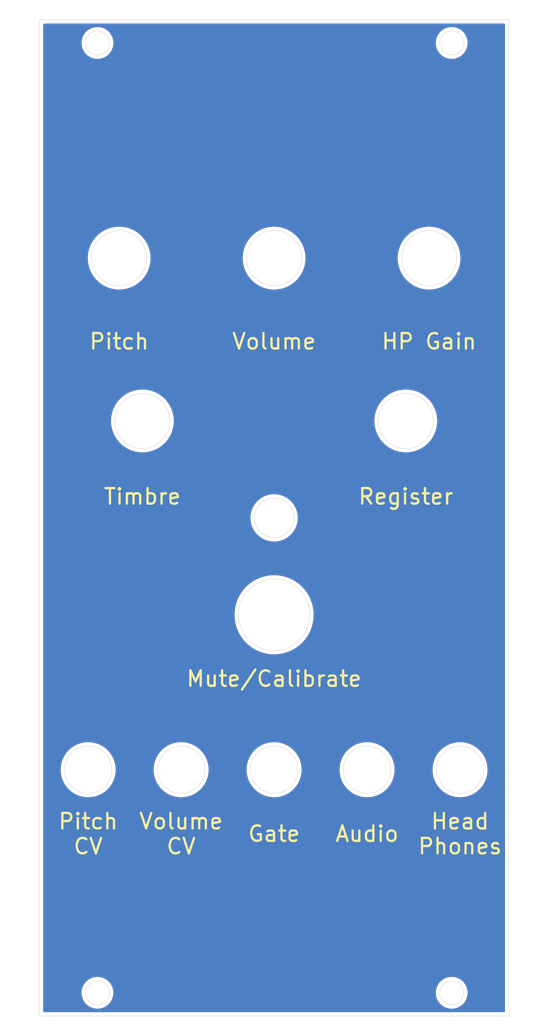
<source format=kicad_pcb>
(kicad_pcb
	(version 20241229)
	(generator "pcbnew")
	(generator_version "9.0")
	(general
		(thickness 1.6)
		(legacy_teardrops no)
	)
	(paper "A4")
	(layers
		(0 "F.Cu" signal)
		(2 "B.Cu" signal)
		(9 "F.Adhes" user "F.Adhesive")
		(11 "B.Adhes" user "B.Adhesive")
		(13 "F.Paste" user)
		(15 "B.Paste" user)
		(5 "F.SilkS" user "F.Silkscreen")
		(7 "B.SilkS" user "B.Silkscreen")
		(1 "F.Mask" user)
		(3 "B.Mask" user)
		(17 "Dwgs.User" user "User.Drawings")
		(19 "Cmts.User" user "User.Comments")
		(21 "Eco1.User" user "User.Eco1")
		(23 "Eco2.User" user "User.Eco2")
		(25 "Edge.Cuts" user)
		(27 "Margin" user)
		(31 "F.CrtYd" user "F.Courtyard")
		(29 "B.CrtYd" user "B.Courtyard")
		(35 "F.Fab" user)
		(33 "B.Fab" user)
		(39 "User.1" user)
		(41 "User.2" user)
		(43 "User.3" user)
		(45 "User.4" user)
	)
	(setup
		(pad_to_mask_clearance 0)
		(allow_soldermask_bridges_in_footprints no)
		(tenting front back)
		(grid_origin 80 40.7)
		(pcbplotparams
			(layerselection 0x00000000_00000000_55555555_5755f5ff)
			(plot_on_all_layers_selection 0x00000000_00000000_00000000_00000000)
			(disableapertmacros no)
			(usegerberextensions no)
			(usegerberattributes yes)
			(usegerberadvancedattributes yes)
			(creategerberjobfile yes)
			(dashed_line_dash_ratio 12.000000)
			(dashed_line_gap_ratio 3.000000)
			(svgprecision 4)
			(plotframeref no)
			(mode 1)
			(useauxorigin no)
			(hpglpennumber 1)
			(hpglpenspeed 20)
			(hpglpendiameter 15.000000)
			(pdf_front_fp_property_popups yes)
			(pdf_back_fp_property_popups yes)
			(pdf_metadata yes)
			(pdf_single_document no)
			(dxfpolygonmode yes)
			(dxfimperialunits yes)
			(dxfusepcbnewfont yes)
			(psnegative no)
			(psa4output no)
			(plot_black_and_white yes)
			(plotinvisibletext no)
			(sketchpadsonfab no)
			(plotpadnumbers no)
			(hidednponfab no)
			(sketchdnponfab yes)
			(crossoutdnponfab yes)
			(subtractmaskfromsilk no)
			(outputformat 1)
			(mirror no)
			(drillshape 1)
			(scaleselection 1)
			(outputdirectory "")
		)
	)
	(net 0 "")
	(gr_circle
		(center 86.3 137.43)
		(end 89.35 137.43)
		(stroke
			(width 0.05)
			(type solid)
		)
		(fill no)
		(layer "Edge.Cuts")
		(uuid "18526ab3-363e-4966-a422-fa8562192e39")
	)
	(gr_circle
		(center 87.5 166.2)
		(end 89.05 166.2)
		(stroke
			(width 0.05)
			(type solid)
		)
		(fill no)
		(layer "Edge.Cuts")
		(uuid "195f0a2e-fe7f-438c-95df-5d58b8da0b50")
	)
	(gr_circle
		(center 130.3 71.45)
		(end 133.85 71.45)
		(stroke
			(width 0.05)
			(type solid)
		)
		(fill no)
		(layer "Edge.Cuts")
		(uuid "1de8d7fd-b0b8-4fdc-a129-b8900bf4d3d2")
	)
	(gr_rect
		(start 80 40.7)
		(end 140.6 169.2)
		(stroke
			(width 0.05)
			(type solid)
		)
		(fill no)
		(layer "Edge.Cuts")
		(uuid "1e280e52-2a57-4869-bfdc-dc59dbf8f89b")
	)
	(gr_circle
		(center 122.3 137.43)
		(end 125.35 137.43)
		(stroke
			(width 0.05)
			(type solid)
		)
		(fill no)
		(layer "Edge.Cuts")
		(uuid "1fb9d0ea-30aa-440c-a1fa-6d407b338e3c")
	)
	(gr_circle
		(center 134.3 137.43)
		(end 137.35 137.43)
		(stroke
			(width 0.05)
			(type solid)
		)
		(fill no)
		(layer "Edge.Cuts")
		(uuid "284cec62-bb1e-4f9d-9e28-2282db2f4930")
	)
	(gr_circle
		(center 110.3 137.43)
		(end 113.35 137.43)
		(stroke
			(width 0.05)
			(type solid)
		)
		(fill no)
		(layer "Edge.Cuts")
		(uuid "3777c493-3544-4a6c-a177-510df4d82f5a")
	)
	(gr_circle
		(center 87.5 43.7)
		(end 89.05 43.7)
		(stroke
			(width 0.05)
			(type solid)
		)
		(fill no)
		(layer "Edge.Cuts")
		(uuid "64c90d87-2cf5-4820-b5a6-9c6601c08244")
	)
	(gr_circle
		(center 127.3 92.45)
		(end 130.85 92.45)
		(stroke
			(width 0.05)
			(type solid)
		)
		(fill no)
		(layer "Edge.Cuts")
		(uuid "8a20bc9e-26d8-481d-9f86-0377c9baab46")
	)
	(gr_circle
		(center 110.3 104.95)
		(end 112.85 104.95)
		(stroke
			(width 0.05)
			(type solid)
		)
		(fill no)
		(layer "Edge.Cuts")
		(uuid "92d0265f-77dc-456b-9fa4-9f3860b201ff")
	)
	(gr_circle
		(center 133.22 166.2)
		(end 134.77 166.2)
		(stroke
			(width 0.05)
			(type solid)
		)
		(fill no)
		(layer "Edge.Cuts")
		(uuid "9e44a562-85fb-420d-a26b-2fe1af2adc1d")
	)
	(gr_circle
		(center 110.3 71.45)
		(end 113.85 71.45)
		(stroke
			(width 0.05)
			(type solid)
		)
		(fill no)
		(layer "Edge.Cuts")
		(uuid "a526654f-0f31-4813-8080-03d77ff97b40")
	)
	(gr_circle
		(center 98.3 137.43)
		(end 101.35 137.43)
		(stroke
			(width 0.05)
			(type solid)
		)
		(fill no)
		(layer "Edge.Cuts")
		(uuid "b9fe5863-fc0f-4481-947b-2dd8682493ad")
	)
	(gr_circle
		(center 133.22 43.7)
		(end 134.77 43.7)
		(stroke
			(width 0.05)
			(type solid)
		)
		(fill no)
		(layer "Edge.Cuts")
		(uuid "d07ee815-b7cb-48b2-be46-d9269aa903ff")
	)
	(gr_circle
		(center 93.3 92.45)
		(end 96.85 92.45)
		(stroke
			(width 0.05)
			(type solid)
		)
		(fill no)
		(layer "Edge.Cuts")
		(uuid "d9149bfd-be9d-438d-90bb-bbce0989d42a")
	)
	(gr_circle
		(center 90.3 71.45)
		(end 93.85 71.45)
		(stroke
			(width 0.05)
			(type solid)
		)
		(fill no)
		(layer "Edge.Cuts")
		(uuid "e7f73ba8-948f-434f-8dbb-fe02950969a0")
	)
	(gr_circle
		(center 110.3 117.45)
		(end 114.9 117.45)
		(stroke
			(width 0.05)
			(type solid)
		)
		(fill no)
		(layer "Edge.Cuts")
		(uuid "ec80fbbd-ced7-4426-97c0-6d0a7a71ad40")
	)
	(gr_text "Mute/Calibrate"
		(at 110.3 125.7 0)
		(layer "F.SilkS")
		(uuid "067f83f5-bd63-4ce1-acd2-234d532cad4c")
		(effects
			(font
				(size 2 2)
				(thickness 0.3)
				(bold yes)
			)
		)
	)
	(gr_text "Head\nPhones"
		(at 134.3 145.7 0)
		(layer "F.SilkS")
		(uuid "1fd6df1b-46c8-4782-9186-3b24a2c6b45b")
		(effects
			(font
				(size 2 2)
				(thickness 0.3)
				(bold yes)
			)
		)
	)
	(gr_text "Volume\nCV"
		(at 98.3 145.7 0)
		(layer "F.SilkS")
		(uuid "39c5e002-bd5d-499d-8432-74f0364ce4dc")
		(effects
			(font
				(size 2 2)
				(thickness 0.3)
				(bold yes)
			)
		)
	)
	(gr_text "Volume"
		(at 110.3 82.2 0)
		(layer "F.SilkS")
		(uuid "4735f5ee-0cb5-425d-8da5-3c5a8e46ab5d")
		(effects
			(font
				(size 2 2)
				(thickness 0.3)
				(bold yes)
			)
		)
	)
	(gr_text "Gate"
		(at 110.3 145.7 0)
		(layer "F.SilkS")
		(uuid "5f7e123b-4687-4bf8-b994-25bfde48884b")
		(effects
			(font
				(size 2 2)
				(thickness 0.3)
				(bold yes)
			)
		)
	)
	(gr_text "HP Gain"
		(at 130.3 82.2 0)
		(layer "F.SilkS")
		(uuid "675d95bb-14e7-40da-9dad-d392596e0b55")
		(effects
			(font
				(size 2 2)
				(thickness 0.3)
				(bold yes)
			)
		)
	)
	(gr_text "Register"
		(at 127.3 102.2 0)
		(layer "F.SilkS")
		(uuid "7fa09945-e421-48b8-96c6-37632881201d")
		(effects
			(font
				(size 2 2)
				(thickness 0.3)
				(bold yes)
			)
		)
	)
	(gr_text "Pitch\nCV"
		(at 86.3 145.7 0)
		(layer "F.SilkS")
		(uuid "a7c54373-f0d4-4641-95bc-9090853f01f8")
		(effects
			(font
				(size 2 2)
				(thickness 0.3)
				(bold yes)
			)
		)
	)
	(gr_text "Pitch"
		(at 90.3 82.2 0)
		(layer "F.SilkS")
		(uuid "a999ecb9-71d0-455a-a4b0-55331a2b8b76")
		(effects
			(font
				(size 2 2)
				(thickness 0.3)
				(bold yes)
			)
		)
	)
	(gr_text "Timbre"
		(at 93.3 102.2 0)
		(layer "F.SilkS")
		(uuid "cecab8dd-4aaa-4a21-9989-ef72e4668443")
		(effects
			(font
				(size 2 2)
				(thickness 0.3)
				(bold yes)
			)
		)
	)
	(gr_text "Audio"
		(at 122.3 145.7 0)
		(layer "F.SilkS")
		(uuid "da654302-2010-4e11-85ea-a828a49ea947")
		(effects
			(font
				(size 2 2)
				(thickness 0.3)
				(bold yes)
			)
		)
	)
	(zone
		(net 0)
		(net_name "")
		(layers "F.Cu" "B.Cu")
		(uuid "9fa15c38-bd69-423b-a8c9-d4d80f0f0183")
		(hatch edge 0.5)
		(connect_pads
			(clearance 0.5)
		)
		(min_thickness 0.25)
		(filled_areas_thickness no)
		(fill yes
			(thermal_gap 0.5)
			(thermal_bridge_width 0.5)
			(island_removal_mode 1)
			(island_area_min 10)
		)
		(polygon
			(pts
				(xy 74.92 38.16) (xy 74.92 170.24) (xy 146.04 170.24) (xy 146.04 38.16)
			)
		)
		(filled_polygon
			(layer "F.Cu")
			(island)
			(pts
				(xy 140.042539 41.220185) (xy 140.088294 41.272989) (xy 140.0995 41.3245) (xy 140.0995 168.5755)
				(xy 140.079815 168.642539) (xy 140.027011 168.688294) (xy 139.9755 168.6995) (xy 80.6245 168.6995)
				(xy 80.557461 168.679815) (xy 80.511706 168.627011) (xy 80.5005 168.5755) (xy 80.5005 166.065602)
				(xy 85.4495 166.065602) (xy 85.4495 166.334397) (xy 85.484582 166.60088) (xy 85.484583 166.600885)
				(xy 85.484584 166.600891) (xy 85.484585 166.600893) (xy 85.554152 166.860524) (xy 85.657011 167.10885)
				(xy 85.657019 167.108866) (xy 85.712124 167.204309) (xy 85.791413 167.341641) (xy 85.791415 167.341644)
				(xy 85.791416 167.341645) (xy 85.955042 167.554888) (xy 85.955048 167.554895) (xy 86.145104 167.744951)
				(xy 86.14511 167.744956) (xy 86.358359 167.908587) (xy 86.507968 167.994964) (xy 86.591133 168.04298)
				(xy 86.591149 168.042988) (xy 86.746008 168.107132) (xy 86.839474 168.145847) (xy 87.099109 168.215416)
				(xy 87.287319 168.240193) (xy 87.365602 168.2505) (xy 87.365603 168.2505) (xy 87.634398 168.2505)
				(xy 87.694905 168.242534) (xy 87.900891 168.215416) (xy 88.160526 168.145847) (xy 88.347457 168.068417)
				(xy 88.40885 168.042988) (xy 88.408853 168.042986) (xy 88.408859 168.042984) (xy 88.641641 167.908587)
				(xy 88.85489 167.744956) (xy 89.044956 167.55489) (xy 89.208587 167.341641) (xy 89.342984 167.108859)
				(xy 89.445847 166.860526) (xy 89.515416 166.600891) (xy 89.5505 166.334397) (xy 89.5505 166.065603)
				(xy 89.5505 166.065602) (xy 131.1695 166.065602) (xy 131.1695 166.334397) (xy 131.204582 166.60088)
				(xy 131.204583 166.600885) (xy 131.204584 166.600891) (xy 131.204585 166.600893) (xy 131.274152 166.860524)
				(xy 131.377011 167.10885) (xy 131.377019 167.108866) (xy 131.432124 167.204309) (xy 131.511413 167.341641)
				(xy 131.511415 167.341644) (xy 131.511416 167.341645) (xy 131.675042 167.554888) (xy 131.675048 167.554895)
				(xy 131.865104 167.744951) (xy 131.86511 167.744956) (xy 132.078359 167.908587) (xy 132.227968 167.994964)
				(xy 132.311133 168.04298) (xy 132.311149 168.042988) (xy 132.466008 168.107132) (xy 132.559474 168.145847)
				(xy 132.819109 168.215416) (xy 133.007319 168.240193) (xy 133.085602 168.2505) (xy 133.085603 168.2505)
				(xy 133.354398 168.2505) (xy 133.414905 168.242534) (xy 133.620891 168.215416) (xy 133.880526 168.145847)
				(xy 134.067457 168.068417) (xy 134.12885 168.042988) (xy 134.128853 168.042986) (xy 134.128859 168.042984)
				(xy 134.361641 167.908587) (xy 134.57489 167.744956) (xy 134.764956 167.55489) (xy 134.928587 167.341641)
				(xy 135.062984 167.108859) (xy 135.165847 166.860526) (xy 135.235416 166.600891) (xy 135.2705 166.334397)
				(xy 135.2705 166.065603) (xy 135.235416 165.799109) (xy 135.165847 165.539474) (xy 135.103405 165.388726)
				(xy 135.062988 165.291149) (xy 135.06298 165.291133) (xy 135.007876 165.195691) (xy 134.928587 165.058359)
				(xy 134.764956 164.84511) (xy 134.764951 164.845104) (xy 134.574895 164.655048) (xy 134.574888 164.655042)
				(xy 134.361645 164.491416) (xy 134.361644 164.491415) (xy 134.361641 164.491413) (xy 134.268832 164.43783)
				(xy 134.128866 164.357019) (xy 134.12885 164.357011) (xy 133.880524 164.254152) (xy 133.750708 164.219368)
				(xy 133.620891 164.184584) (xy 133.620885 164.184583) (xy 133.62088 164.184582) (xy 133.354398 164.1495)
				(xy 133.354397 164.1495) (xy 133.085603 164.1495) (xy 133.085602 164.1495) (xy 132.819119 164.184582)
				(xy 132.819112 164.184583) (xy 132.819109 164.184584) (xy 132.764239 164.199286) (xy 132.559475 164.254152)
				(xy 132.311149 164.357011) (xy 132.311133 164.357019) (xy 132.078354 164.491416) (xy 131.865111 164.655042)
				(xy 131.865104 164.655048) (xy 131.675048 164.845104) (xy 131.675042 164.845111) (xy 131.511416 165.058354)
				(xy 131.377019 165.291133) (xy 131.377011 165.291149) (xy 131.274152 165.539475) (xy 131.204585 165.799106)
				(xy 131.204582 165.799119) (xy 131.1695 166.065602) (xy 89.5505 166.065602) (xy 89.515416 165.799109)
				(xy 89.445847 165.539474) (xy 89.383405 165.388726) (xy 89.342988 165.291149) (xy 89.34298 165.291133)
				(xy 89.287876 165.195691) (xy 89.208587 165.058359) (xy 89.044956 164.84511) (xy 89.044951 164.845104)
				(xy 88.854895 164.655048) (xy 88.854888 164.655042) (xy 88.641645 164.491416) (xy 88.641644 164.491415)
				(xy 88.641641 164.491413) (xy 88.548832 164.43783) (xy 88.408866 164.357019) (xy 88.40885 164.357011)
				(xy 88.160524 164.254152) (xy 88.030708 164.219368) (xy 87.900891 164.184584) (xy 87.900885 164.184583)
				(xy 87.90088 164.184582) (xy 87.634398 164.1495) (xy 87.634397 164.1495) (xy 87.365603 164.1495)
				(xy 87.365602 164.1495) (xy 87.099119 164.184582) (xy 87.099112 164.184583) (xy 87.099109 164.184584)
				(xy 87.044239 164.199286) (xy 86.839475 164.254152) (xy 86.591149 164.357011) (xy 86.591133 164.357019)
				(xy 86.358354 164.491416) (xy 86.145111 164.655042) (xy 86.145104 164.655048) (xy 85.955048 164.845104)
				(xy 85.955042 164.845111) (xy 85.791416 165.058354) (xy 85.657019 165.291133) (xy 85.657011 165.291149)
				(xy 85.554152 165.539475) (xy 85.484585 165.799106) (xy 85.484582 165.799119) (xy 85.4495 166.065602)
				(xy 80.5005 166.065602) (xy 80.5005 137.255578) (xy 82.7495 137.255578) (xy 82.7495 137.604421)
				(xy 82.783692 137.951594) (xy 82.851744 138.293721) (xy 82.851747 138.293732) (xy 82.953016 138.627571)
				(xy 83.086516 138.949867) (xy 83.086518 138.949872) (xy 83.250955 139.257511) (xy 83.250972 139.257539)
				(xy 83.444759 139.547563) (xy 83.444776 139.547586) (xy 83.666084 139.817251) (xy 83.912748 140.063915)
				(xy 83.912753 140.063919) (xy 83.912754 140.06392) (xy 84.182419 140.285228) (xy 84.182426 140.285233)
				(xy 84.182436 140.28524) (xy 84.47246 140.479027) (xy 84.472465 140.47903) (xy 84.472477 140.479038)
				(xy 84.472486 140.479042) (xy 84.472488 140.479044) (xy 84.780127 140.643481) (xy 84.780129 140.643481)
				(xy 84.780135 140.643485) (xy 85.10243 140.776984) (xy 85.436258 140.87825) (xy 85.436264 140.878251)
				(xy 85.436267 140.878252) (xy 85.436278 140.878255) (xy 85.778405 140.946307) (xy 86.125575 140.9805)
				(xy 86.125578 140.9805) (xy 86.474422 140.9805) (xy 86.474425 140.9805) (xy 86.821595 140.946307)
				(xy 86.888197 140.933059) (xy 87.163721 140.878255) (xy 87.163732 140.878252) (xy 87.163732 140.878251)
				(xy 87.163742 140.87825) (xy 87.49757 140.776984) (xy 87.819865 140.643485) (xy 88.127523 140.479038)
				(xy 88.417581 140.285228) (xy 88.687246 140.06392) (xy 88.93392 139.817246) (xy 89.155228 139.547581)
				(xy 89.349038 139.257523) (xy 89.513485 138.949865) (xy 89.646984 138.62757) (xy 89.74825 138.293742)
				(xy 89.748252 138.293732) (xy 89.748255 138.293721) (xy 89.816307 137.951594) (xy 89.8505 137.604421)
				(xy 89.8505 137.255578) (xy 94.7495 137.255578) (xy 94.7495 137.604421) (xy 94.783692 137.951594)
				(xy 94.851744 138.293721) (xy 94.851747 138.293732) (xy 94.953016 138.627571) (xy 95.086516 138.949867)
				(xy 95.086518 138.949872) (xy 95.250955 139.257511) (xy 95.250972 139.257539) (xy 95.444759 139.547563)
				(xy 95.444776 139.547586) (xy 95.666084 139.817251) (xy 95.912748 140.063915) (xy 95.912753 140.063919)
				(xy 95.912754 140.06392) (xy 96.182419 140.285228) (xy 96.182426 140.285233) (xy 96.182436 140.28524)
				(xy 96.47246 140.479027) (xy 96.472465 140.47903) (xy 96.472477 140.479038) (xy 96.472486 140.479042)
				(xy 96.472488 140.479044) (xy 96.780127 140.643481) (xy 96.780129 140.643481) (xy 96.780135 140.643485)
				(xy 97.10243 140.776984) (xy 97.436258 140.87825) (xy 97.436264 140.878251) (xy 97.436267 140.878252)
				(xy 97.436278 140.878255) (xy 97.778405 140.946307) (xy 98.125575 140.9805) (xy 98.125578 140.9805)
				(xy 98.474422 140.9805) (xy 98.474425 140.9805) (xy 98.821595 140.946307) (xy 98.888197 140.933059)
				(xy 99.163721 140.878255) (xy 99.163732 140.878252) (xy 99.163732 140.878251) (xy 99.163742 140.87825)
				(xy 99.49757 140.776984) (xy 99.819865 140.643485) (xy 100.127523 140.479038) (xy 100.417581 140.285228)
				(xy 100.687246 140.06392) (xy 100.93392 139.817246) (xy 101.155228 139.547581) (xy 101.349038 139.257523)
				(xy 101.513485 138.949865) (xy 101.646984 138.62757) (xy 101.74825 138.293742) (xy 101.748252 138.293732)
				(xy 101.748255 138.293721) (xy 101.816307 137.951594) (xy 101.8505 137.604421) (xy 101.8505 137.255578)
				(xy 106.7495 137.255578) (xy 106.7495 137.604421) (xy 106.783692 137.951594) (xy 106.851744 138.293721)
				(xy 106.851747 138.293732) (xy 106.953016 138.627571) (xy 107.086516 138.949867) (xy 107.086518 138.949872)
				(xy 107.250955 139.257511) (xy 107.250972 139.257539) (xy 107.444759 139.547563) (xy 107.444776 139.547586)
				(xy 107.666084 139.817251) (xy 107.912748 140.063915) (xy 107.912753 140.063919) (xy 107.912754 140.06392)
				(xy 108.182419 140.285228) (xy 108.182426 140.285233) (xy 108.182436 140.28524) (xy 108.47246 140.479027)
				(xy 108.472465 140.47903) (xy 108.472477 140.479038) (xy 108.472486 140.479042) (xy 108.472488 140.479044)
				(xy 108.780127 140.643481) (xy 108.780129 140.643481) (xy 108.780135 140.643485) (xy 109.10243 140.776984)
				(xy 109.436258 140.87825) (xy 109.436264 140.878251) (xy 109.436267 140.878252) (xy 109.436278 140.878255)
				(xy 109.778405 140.946307) (xy 110.125575 140.9805) (xy 110.125578 140.9805) (xy 110.474422 140.9805)
				(xy 110.474425 140.9805) (xy 110.821595 140.946307) (xy 110.888197 140.933059) (xy 111.163721 140.878255)
				(xy 111.163732 140.878252) (xy 111.163732 140.878251) (xy 111.163742 140.87825) (xy 111.49757 140.776984)
				(xy 111.819865 140.643485) (xy 112.127523 140.479038) (xy 112.417581 140.285228) (xy 112.687246 140.06392)
				(xy 112.93392 139.817246) (xy 113.155228 139.547581) (xy 113.349038 139.257523) (xy 113.513485 138.949865)
				(xy 113.646984 138.62757) (xy 113.74825 138.293742) (xy 113.748252 138.293732) (xy 113.748255 138.293721)
				(xy 113.816307 137.951594) (xy 113.8505 137.604421) (xy 113.8505 137.255578) (xy 118.7495 137.255578)
				(xy 118.7495 137.604421) (xy 118.783692 137.951594) (xy 118.851744 138.293721) (xy 118.851747 138.293732)
				(xy 118.953016 138.627571) (xy 119.086516 138.949867) (xy 119.086518 138.949872) (xy 119.250955 139.257511)
				(xy 119.250972 139.257539) (xy 119.444759 139.547563) (xy 119.444776 139.547586) (xy 119.666084 139.817251)
				(xy 119.912748 140.063915) (xy 119.912753 140.063919) (xy 119.912754 140.06392) (xy 120.182419 140.285228)
				(xy 120.182426 140.285233) (xy 120.182436 140.28524) (xy 120.47246 140.479027) (xy 120.472465 140.47903)
				(xy 120.472477 140.479038) (xy 120.472486 140.479042) (xy 120.472488 140.479044) (xy 120.780127 140.643481)
				(xy 120.780129 140.643481) (xy 120.780135 140.643485) (xy 121.10243 140.776984) (xy 121.436258 140.87825)
				(xy 121.436264 140.878251) (xy 121.436267 140.878252) (xy 121.436278 140.878255) (xy 121.778405 140.946307)
				(xy 122.125575 140.9805) (xy 122.125578 140.9805) (xy 122.474422 140.9805) (xy 122.474425 140.9805)
				(xy 122.821595 140.946307) (xy 122.888197 140.933059) (xy 123.163721 140.878255) (xy 123.163732 140.878252)
				(xy 123.163732 140.878251) (xy 123.163742 140.87825) (xy 123.49757 140.776984) (xy 123.819865 140.643485)
				(xy 124.127523 140.479038) (xy 124.417581 140.285228) (xy 124.687246 140.06392) (xy 124.93392 139.817246)
				(xy 125.155228 139.547581) (xy 125.349038 139.257523) (xy 125.513485 138.949865) (xy 125.646984 138.62757)
				(xy 125.74825 138.293742) (xy 125.748252 138.293732) (xy 125.748255 138.293721) (xy 125.816307 137.951594)
				(xy 125.8505 137.604421) (xy 125.8505 137.255578) (xy 130.7495 137.255578) (xy 130.7495 137.604421)
				(xy 130.783692 137.951594) (xy 130.851744 138.293721) (xy 130.851747 138.293732) (xy 130.953016 138.627571)
				(xy 131.086516 138.949867) (xy 131.086518 138.949872) (xy 131.250955 139.257511) (xy 131.250972 139.257539)
				(xy 131.444759 139.547563) (xy 131.444776 139.547586) (xy 131.666084 139.817251) (xy 131.912748 140.063915)
				(xy 131.912753 140.063919) (xy 131.912754 140.06392) (xy 132.182419 140.285228) (xy 132.182426 140.285233)
				(xy 132.182436 140.28524) (xy 132.47246 140.479027) (xy 132.472465 140.47903) (xy 132.472477 140.479038)
				(xy 132.472486 140.479042) (xy 132.472488 140.479044) (xy 132.780127 140.643481) (xy 132.780129 140.643481)
				(xy 132.780135 140.643485) (xy 133.10243 140.776984) (xy 133.436258 140.87825) (xy 133.436264 140.878251)
				(xy 133.436267 140.878252) (xy 133.436278 140.878255) (xy 133.778405 140.946307) (xy 134.125575 140.9805)
				(xy 134.125578 140.9805) (xy 134.474422 140.9805) (xy 134.474425 140.9805) (xy 134.821595 140.946307)
				(xy 134.888197 140.933059) (xy 135.163721 140.878255) (xy 135.163732 140.878252) (xy 135.163732 140.878251)
				(xy 135.163742 140.87825) (xy 135.49757 140.776984) (xy 135.819865 140.643485) (xy 136.127523 140.479038)
				(xy 136.417581 140.285228) (xy 136.687246 140.06392) (xy 136.93392 139.817246) (xy 137.155228 139.547581)
				(xy 137.349038 139.257523) (xy 137.513485 138.949865) (xy 137.646984 138.62757) (xy 137.74825 138.293742)
				(xy 137.748252 138.293732) (xy 137.748255 138.293721) (xy 137.816307 137.951594) (xy 137.8505 137.604421)
				(xy 137.8505 137.255578) (xy 137.816307 136.908405) (xy 137.748255 136.566278) (xy 137.748252 136.566267)
				(xy 137.748251 136.566264) (xy 137.74825 136.566258) (xy 137.646984 136.23243) (xy 137.513485 135.910135)
				(xy 137.349038 135.602477) (xy 137.349027 135.60246) (xy 137.15524 135.312436) (xy 137.155233 135.312426)
				(xy 137.155228 135.312419) (xy 136.93392 135.042754) (xy 136.933919 135.042753) (xy 136.933915 135.042748)
				(xy 136.687251 134.796084) (xy 136.417586 134.574776) (xy 136.417563 134.574759) (xy 136.127539 134.380972)
				(xy 136.127511 134.380955) (xy 135.819872 134.216518) (xy 135.819867 134.216516) (xy 135.497571 134.083016)
				(xy 135.163732 133.981747) (xy 135.163721 133.981744) (xy 134.821594 133.913692) (xy 134.56012 133.88794)
				(xy 134.474425 133.8795) (xy 134.125575 133.8795) (xy 134.046394 133.887298) (xy 133.778405 133.913692)
				(xy 133.436278 133.981744) (xy 133.436267 133.981747) (xy 133.102428 134.083016) (xy 132.780132 134.216516)
				(xy 132.780127 134.216518) (xy 132.472488 134.380955) (xy 132.47246 134.380972) (xy 132.182436 134.574759)
				(xy 132.182413 134.574776) (xy 131.912748 134.796084) (xy 131.666084 135.042748) (xy 131.444776 135.312413)
				(xy 131.444759 135.312436) (xy 131.250972 135.60246) (xy 131.250955 135.602488) (xy 131.086518 135.910127)
				(xy 131.086516 135.910132) (xy 130.953016 136.232428) (xy 130.851747 136.566267) (xy 130.851744 136.566278)
				(xy 130.783692 136.908405) (xy 130.7495 137.255578) (xy 125.8505 137.255578) (xy 125.816307 136.908405)
				(xy 125.748255 136.566278) (xy 125.748252 136.566267) (xy 125.748251 136.566264) (xy 125.74825 136.566258)
				(xy 125.646984 136.23243) (xy 125.513485 135.910135) (xy 125.349038 135.602477) (xy 125.349027 135.60246)
				(xy 125.15524 135.312436) (xy 125.155233 135.312426) (xy 125.155228 135.312419) (xy 124.93392 135.042754)
				(xy 124.933919 135.042753) (xy 124.933915 135.042748) (xy 124.687251 134.796084) (xy 124.417586 134.574776)
				(xy 124.417563 134.574759) (xy 124.127539 134.380972) (xy 124.127511 134.380955) (xy 123.819872 134.216518)
				(xy 123.819867 134.216516) (xy 123.497571 134.083016) (xy 123.163732 133.981747) (xy 123.163721 133.981744)
				(xy 122.821594 133.913692) (xy 122.56012 133.88794) (xy 122.474425 133.8795) (xy 122.125575 133.8795)
				(xy 122.046394 133.887298) (xy 121.778405 133.913692) (xy 121.436278 133.981744) (xy 121.436267 133.981747)
				(xy 121.102428 134.083016) (xy 120.780132 134.216516) (xy 120.780127 134.216518) (xy 120.472488 134.380955)
				(xy 120.47246 134.380972) (xy 120.182436 134.574759) (xy 120.182413 134.574776) (xy 119.912748 134.796084)
				(xy 119.666084 135.042748) (xy 119.444776 135.312413) (xy 119.444759 135.312436) (xy 119.250972 135.60246)
				(xy 119.250955 135.602488) (xy 119.086518 135.910127) (xy 119.086516 135.910132) (xy 118.953016 136.232428)
				(xy 118.851747 136.566267) (xy 118.851744 136.566278) (xy 118.783692 136.908405) (xy 118.7495 137.255578)
				(xy 113.8505 137.255578) (xy 113.816307 136.908405) (xy 113.748255 136.566278) (xy 113.748252 136.566267)
				(xy 113.748251 136.566264) (xy 113.74825 136.566258) (xy 113.646984 136.23243) (xy 113.513485 135.910135)
				(xy 113.349038 135.602477) (xy 113.349027 135.60246) (xy 113.15524 135.312436) (xy 113.155233 135.312426)
				(xy 113.155228 135.312419) (xy 112.93392 135.042754) (xy 112.933919 135.042753) (xy 112.933915 135.042748)
				(xy 112.687251 134.796084) (xy 112.417586 134.574776) (xy 112.417563 134.574759) (xy 112.127539 134.380972)
				(xy 112.127511 134.380955) (xy 111.819872 134.216518) (xy 111.819867 134.216516) (xy 111.497571 134.083016)
				(xy 111.163732 133.981747) (xy 111.163721 133.981744) (xy 110.821594 133.913692) (xy 110.56012 133.88794)
				(xy 110.474425 133.8795) (xy 110.125575 133.8795) (xy 110.046394 133.887298) (xy 109.778405 133.913692)
				(xy 109.436278 133.981744) (xy 109.436267 133.981747) (xy 109.102428 134.083016) (xy 108.780132 134.216516)
				(xy 108.780127 134.216518) (xy 108.472488 134.380955) (xy 108.47246 134.380972) (xy 108.182436 134.574759)
				(xy 108.182413 134.574776) (xy 107.912748 134.796084) (xy 107.666084 135.042748) (xy 107.444776 135.312413)
				(xy 107.444759 135.312436) (xy 107.250972 135.60246) (xy 107.250955 135.602488) (xy 107.086518 135.910127)
				(xy 107.086516 135.910132) (xy 106.953016 136.232428) (xy 106.851747 136.566267) (xy 106.851744 136.566278)
				(xy 106.783692 136.908405) (xy 106.7495 137.255578) (xy 101.8505 137.255578) (xy 101.816307 136.908405)
				(xy 101.748255 136.566278) (xy 101.748252 136.566267) (xy 101.748251 136.566264) (xy 101.74825 136.566258)
				(xy 101.646984 136.23243) (xy 101.513485 135.910135) (xy 101.349038 135.602477) (xy 101.349027 135.60246)
				(xy 101.15524 135.312436) (xy 101.155233 135.312426) (xy 101.155228 135.312419) (xy 100.93392 135.042754)
				(xy 100.933919 135.042753) (xy 100.933915 135.042748) (xy 100.687251 134.796084) (xy 100.417586 134.574776)
				(xy 100.417563 134.574759) (xy 100.127539 134.380972) (xy 100.127511 134.380955) (xy 99.819872 134.216518)
				(xy 99.819867 134.216516) (xy 99.497571 134.083016) (xy 99.163732 133.981747) (xy 99.163721 133.981744)
				(xy 98.821594 133.913692) (xy 98.56012 133.88794) (xy 98.474425 133.8795) (xy 98.125575 133.8795)
				(xy 98.046394 133.887298) (xy 97.778405 133.913692) (xy 97.436278 133.981744) (xy 97.436267 133.981747)
				(xy 97.102428 134.083016) (xy 96.780132 134.216516) (xy 96.780127 134.216518) (xy 96.472488 134.380955)
				(xy 96.47246 134.380972) (xy 96.182436 134.574759) (xy 96.182413 134.574776) (xy 95.912748 134.796084)
				(xy 95.666084 135.042748) (xy 95.444776 135.312413) (xy 95.444759 135.312436) (xy 95.250972 135.60246)
				(xy 95.250955 135.602488) (xy 95.086518 135.910127) (xy 95.086516 135.910132) (xy 94.953016 136.232428)
				(xy 94.851747 136.566267) (xy 94.851744 136.566278) (xy 94.783692 136.908405) (xy 94.7495 137.255578)
				(xy 89.8505 137.255578) (xy 89.816307 136.908405) (xy 89.748255 136.566278) (xy 89.748252 136.566267)
				(xy 89.748251 136.566264) (xy 89.74825 136.566258) (xy 89.646984 136.23243) (xy 89.513485 135.910135)
				(xy 89.349038 135.602477) (xy 89.349027 135.60246) (xy 89.15524 135.312436) (xy 89.155233 135.312426)
				(xy 89.155228 135.312419) (xy 88.93392 135.042754) (xy 88.933919 135.042753) (xy 88.933915 135.042748)
				(xy 88.687251 134.796084) (xy 88.417586 134.574776) (xy 88.417563 134.574759) (xy 88.127539 134.380972)
				(xy 88.127511 134.380955) (xy 87.819872 134.216518) (xy 87.819867 134.216516) (xy 87.497571 134.083016)
				(xy 87.163732 133.981747) (xy 87.163721 133.981744) (xy 86.821594 133.913692) (xy 86.56012 133.88794)
				(xy 86.474425 133.8795) (xy 86.125575 133.8795) (xy 86.046394 133.887298) (xy 85.778405 133.913692)
				(xy 85.436278 133.981744) (xy 85.436267 133.981747) (xy 85.102428 134.083016) (xy 84.780132 134.216516)
				(xy 84.780127 134.216518) (xy 84.472488 134.380955) (xy 84.47246 134.380972) (xy 84.182436 134.574759)
				(xy 84.182413 134.574776) (xy 83.912748 134.796084) (xy 83.666084 135.042748) (xy 83.444776 135.312413)
				(xy 83.444759 135.312436) (xy 83.250972 135.60246) (xy 83.250955 135.602488) (xy 83.086518 135.910127)
				(xy 83.086516 135.910132) (xy 82.953016 136.232428) (xy 82.851747 136.566267) (xy 82.851744 136.566278)
				(xy 82.783692 136.908405) (xy 82.7495 137.255578) (xy 80.5005 137.255578) (xy 80.5005 117.227303)
				(xy 105.1995 117.227303) (xy 105.1995 117.672696) (xy 105.238318 118.116385) (xy 105.238318 118.116389)
				(xy 105.296455 118.446097) (xy 105.315658 118.555002) (xy 105.430933 118.985211) (xy 105.430936 118.985221)
				(xy 105.430937 118.985222) (xy 105.58326 119.403731) (xy 105.771486 119.807383) (xy 105.771491 119.807392)
				(xy 105.994184 120.193107) (xy 105.994188 120.193113) (xy 105.994195 120.193124) (xy 106.249646 120.557947)
				(xy 106.456578 120.804557) (xy 106.535935 120.899131) (xy 106.850869 121.214065) (xy 106.965033 121.30986)
				(xy 107.192052 121.500353) (xy 107.556875 121.755804) (xy 107.556882 121.755808) (xy 107.556893 121.755816)
				(xy 107.918382 121.964522) (xy 107.942601 121.978505) (xy 107.942616 121.978513) (xy 108.346268 122.166739)
				(xy 108.539826 122.237187) (xy 108.764789 122.319067) (xy 109.194998 122.434342) (xy 109.633617 122.511682)
				(xy 110.077305 122.550499) (xy 110.077306 122.5505) (xy 110.077307 122.5505) (xy 110.522694 122.5505)
				(xy 110.522694 122.550499) (xy 110.966383 122.511682) (xy 111.405002 122.434342) (xy 111.835211 122.319067)
				(xy 112.253736 122.166737) (xy 112.657392 121.978509) (xy 113.043107 121.755816) (xy 113.407946 121.500354)
				(xy 113.749131 121.214065) (xy 114.064065 120.899131) (xy 114.350354 120.557946) (xy 114.605816 120.193107)
				(xy 114.828509 119.807392) (xy 115.016737 119.403736) (xy 115.169067 118.985211) (xy 115.284342 118.555002)
				(xy 115.361682 118.116383) (xy 115.4005 117.672693) (xy 115.4005 117.227307) (xy 115.361682 116.783617)
				(xy 115.284342 116.344998) (xy 115.169067 115.914789) (xy 115.087187 115.689826) (xy 115.016739 115.496268)
				(xy 114.828513 115.092616) (xy 114.828505 115.092601) (xy 114.779621 115.007931) (xy 114.605816 114.706893)
				(xy 114.605808 114.706882) (xy 114.605804 114.706875) (xy 114.350353 114.342052) (xy 114.064062 114.000866)
				(xy 113.749133 113.685937) (xy 113.407947 113.399646) (xy 113.043124 113.144195) (xy 113.043113 113.144188)
				(xy 113.043107 113.144184) (xy 112.928509 113.07802) (xy 112.657398 112.921494) (xy 112.657383 112.921486)
				(xy 112.253731 112.73326) (xy 111.835222 112.580937) (xy 111.835221 112.580936) (xy 111.835211 112.580933)
				(xy 111.520278 112.496546) (xy 111.405003 112.465658) (xy 111.404992 112.465656) (xy 110.966387 112.388318)
				(xy 110.522696 112.3495) (xy 110.522693 112.3495) (xy 110.077307 112.3495) (xy 110.077303 112.3495)
				(xy 109.633614 112.388318) (xy 109.63361 112.388318) (xy 109.195007 112.465656) (xy 109.194996 112.465658)
				(xy 108.964446 112.527434) (xy 108.764789 112.580933) (xy 108.764782 112.580935) (xy 108.764777 112.580937)
				(xy 108.346268 112.73326) (xy 107.942616 112.921486) (xy 107.942601 112.921494) (xy 107.556901 113.144179)
				(xy 107.556875 113.144195) (xy 107.192052 113.399646) (xy 106.850866 113.685937) (xy 106.535937 114.000866)
				(xy 106.249646 114.342052) (xy 105.994195 114.706875) (xy 105.994179 114.706901) (xy 105.771494 115.092601)
				(xy 105.771486 115.092616) (xy 105.58326 115.496268) (xy 105.430937 115.914777) (xy 105.430933 115.914789)
				(xy 105.377434 116.114446) (xy 105.315658 116.344996) (xy 105.315656 116.345007) (xy 105.238318 116.78361)
				(xy 105.238318 116.783614) (xy 105.1995 117.227303) (xy 80.5005 117.227303) (xy 80.5005 104.778681)
				(xy 107.2495 104.778681) (xy 107.2495 105.121318) (xy 107.287858 105.461768) (xy 107.287861 105.461782)
				(xy 107.364102 105.795816) (xy 107.364103 105.795818) (xy 107.477264 106.119216) (xy 107.625922 106.427907)
				(xy 107.625924 106.42791) (xy 107.808211 106.718018) (xy 108.021834 106.985893) (xy 108.264107 107.228166)
				(xy 108.531982 107.441789) (xy 108.82209 107.624076) (xy 109.130785 107.772736) (xy 109.454183 107.885897)
				(xy 109.788217 107.962139) (xy 109.788226 107.96214) (xy 109.788231 107.962141) (xy 110.015197 107.987713)
				(xy 110.128682 108.000499) (xy 110.128685 108.0005) (xy 110.128688 108.0005) (xy 110.471315 108.0005)
				(xy 110.471316 108.000499) (xy 110.645311 107.980895) (xy 110.811768 107.962141) (xy 110.811771 107.96214)
				(xy 110.811783 107.962139) (xy 111.145817 107.885897) (xy 111.469215 107.772736) (xy 111.77791 107.624076)
				(xy 112.068018 107.441789) (xy 112.335893 107.228166) (xy 112.578166 106.985893) (xy 112.791789 106.718018)
				(xy 112.974076 106.42791) (xy 113.122736 106.119215) (xy 113.235897 105.795817) (xy 113.312139 105.461783)
				(xy 113.3505 105.121312) (xy 113.3505 104.778688) (xy 113.312139 104.438217) (xy 113.235897 104.104183)
				(xy 113.122736 103.780785) (xy 112.974076 103.47209) (xy 112.791789 103.181982) (xy 112.578166 102.914107)
				(xy 112.335893 102.671834) (xy 112.068018 102.458211) (xy 111.77791 102.275924) (xy 111.777907 102.275922)
				(xy 111.469216 102.127264) (xy 111.145818 102.014103) (xy 111.145816 102.014102) (xy 110.888024 101.955262)
				(xy 110.811783 101.937861) (xy 110.81178 101.93786) (xy 110.811768 101.937858) (xy 110.471318 101.8995)
				(xy 110.471312 101.8995) (xy 110.128688 101.8995) (xy 110.128681 101.8995) (xy 109.788231 101.937858)
				(xy 109.788217 101.937861) (xy 109.454183 102.014102) (xy 109.454181 102.014103) (xy 109.130783 102.127264)
				(xy 108.822092 102.275922) (xy 108.531983 102.45821) (xy 108.264107 102.671833) (xy 108.021833 102.914107)
				(xy 107.80821 103.181983) (xy 107.625922 103.472092) (xy 107.477264 103.780783) (xy 107.364103 104.104181)
				(xy 107.364102 104.104183) (xy 107.287861 104.438217) (xy 107.287858 104.438231) (xy 107.2495 104.778681)
				(xy 80.5005 104.778681) (xy 80.5005 92.251015) (xy 89.2495 92.251015) (xy 89.2495 92.648984) (xy 89.288507 93.045046)
				(xy 89.366149 93.435374) (xy 89.481676 93.816219) (xy 89.633976 94.183903) (xy 89.633978 94.183908)
				(xy 89.821573 94.534873) (xy 89.821584 94.534891) (xy 90.042678 94.865781) (xy 90.042688 94.865795)
				(xy 90.295162 95.173435) (xy 90.576564 95.454837) (xy 90.576569 95.454841) (xy 90.57657 95.454842)
				(xy 90.88421 95.707316) (xy 91.215115 95.92842) (xy 91.215124 95.928425) (xy 91.215126 95.928426)
				(xy 91.566091 96.116021) (xy 91.566093 96.116021) (xy 91.566099 96.116025) (xy 91.933782 96.268324)
				(xy 92.314622 96.38385) (xy 92.704951 96.461492) (xy 93.101012 96.5005) (xy 93.101015 96.5005) (xy 93.498985 96.5005)
				(xy 93.498988 96.5005) (xy 93.895049 96.461492) (xy 94.285378 96.38385) (xy 94.666218 96.268324)
				(xy 95.033901 96.116025) (xy 95.384885 95.92842) (xy 95.71579 95.707316) (xy 96.02343 95.454842)
				(xy 96.304842 95.17343) (xy 96.557316 94.86579) (xy 96.77842 94.534885) (xy 96.966025 94.183901)
				(xy 97.118324 93.816218) (xy 97.23385 93.435378) (xy 97.311492 93.045049) (xy 97.3505 92.648988)
				(xy 97.3505 92.251015) (xy 123.2495 92.251015) (xy 123.2495 92.648984) (xy 123.288507 93.045046)
				(xy 123.366149 93.435374) (xy 123.481676 93.816219) (xy 123.633976 94.183903) (xy 123.633978 94.183908)
				(xy 123.821573 94.534873) (xy 123.821584 94.534891) (xy 124.042678 94.865781) (xy 124.042688 94.865795)
				(xy 124.295162 95.173435) (xy 124.576564 95.454837) (xy 124.576569 95.454841) (xy 124.57657 95.454842)
				(xy 124.88421 95.707316) (xy 125.215115 95.92842) (xy 125.215124 95.928425) (xy 125.215126 95.928426)
				(xy 125.566091 96.116021) (xy 125.566093 96.116021) (xy 125.566099 96.116025) (xy 125.933782 96.268324)
				(xy 126.314622 96.38385) (xy 126.704951 96.461492) (xy 127.101012 96.5005) (xy 127.101015 96.5005)
				(xy 127.498985 96.5005) (xy 127.498988 96.5005) (xy 127.895049 96.461492) (xy 128.285378 96.38385)
				(xy 128.666218 96.268324) (xy 129.033901 96.116025) (xy 129.384885 95.92842) (xy 129.71579 95.707316)
				(xy 130.02343 95.454842) (xy 130.304842 95.17343) (xy 130.557316 94.86579) (xy 130.77842 94.534885)
				(xy 130.966025 94.183901) (xy 131.118324 93.816218) (xy 131.23385 93.435378) (xy 131.311492 93.045049)
				(xy 131.3505 92.648988) (xy 131.3505 92.251012) (xy 131.311492 91.854951) (xy 131.23385 91.464622)
				(xy 131.118324 91.083782) (xy 130.966025 90.716099) (xy 130.77842 90.365115) (xy 130.557316 90.03421)
				(xy 130.304842 89.72657) (xy 130.304841 89.726569) (xy 130.304837 89.726564) (xy 130.023435 89.445162)
				(xy 129.715795 89.192688) (xy 129.715794 89.192687) (xy 129.71579 89.192684) (xy 129.384885 88.97158)
				(xy 129.38488 88.971577) (xy 129.384873 88.971573) (xy 129.033908 88.783978) (xy 129.033903 88.783976)
				(xy 128.666219 88.631676) (xy 128.442643 88.563855) (xy 128.285378 88.51615) (xy 128.285375 88.516149)
				(xy 128.285374 88.516149) (xy 127.895046 88.438507) (xy 127.616009 88.411025) (xy 127.498988 88.3995)
				(xy 127.101012 88.3995) (xy 126.994483 88.409992) (xy 126.704953 88.438507) (xy 126.314625 88.516149)
				(xy 125.93378 88.631676) (xy 125.566096 88.783976) (xy 125.566091 88.783978) (xy 125.215126 88.971573)
				(xy 125.215108 88.971584) (xy 124.884218 89.192678) (xy 124.884204 89.192688) (xy 124.576564 89.445162)
				(xy 124.295162 89.726564) (xy 124.042688 90.034204) (xy 124.042678 90.034218) (xy 123.821584 90.365108)
				(xy 123.821573 90.365126) (xy 123.633978 90.716091) (xy 123.633976 90.716096) (xy 123.481676 91.08378)
				(xy 123.366149 91.464625) (xy 123.288507 91.854953) (xy 123.2495 92.251015) (xy 97.3505 92.251015)
				(xy 97.3505 92.251012) (xy 97.311492 91.854951) (xy 97.23385 91.464622) (xy 97.118324 91.083782)
				(xy 96.966025 90.716099) (xy 96.77842 90.365115) (xy 96.557316 90.03421) (xy 96.304842 89.72657)
				(xy 96.304841 89.726569) (xy 96.304837 89.726564) (xy 96.023435 89.445162) (xy 95.715795 89.192688)
				(xy 95.715794 89.192687) (xy 95.71579 89.192684) (xy 95.384885 88.97158) (xy 95.38488 88.971577)
				(xy 95.384873 88.971573) (xy 95.033908 88.783978) (xy 95.033903 88.783976) (xy 94.666219 88.631676)
				(xy 94.442643 88.563855) (xy 94.285378 88.51615) (xy 94.285375 88.516149) (xy 94.285374 88.516149)
				(xy 93.895046 88.438507) (xy 93.616009 88.411025) (xy 93.498988 88.3995) (xy 93.101012 88.3995)
				(xy 92.994483 88.409992) (xy 92.704953 88.438507) (xy 92.314625 88.516149) (xy 91.93378 88.631676)
				(xy 91.566096 88.783976) (xy 91.566091 88.783978) (xy 91.215126 88.971573) (xy 91.215108 88.971584)
				(xy 90.884218 89.192678) (xy 90.884204 89.192688) (xy 90.576564 89.445162) (xy 90.295162 89.726564)
				(xy 90.042688 90.034204) (xy 90.042678 90.034218) (xy 89.821584 90.365108) (xy 89.821573 90.365126)
				(xy 89.633978 90.716091) (xy 89.633976 90.716096) (xy 89.481676 91.08378) (xy 89.366149 91.464625)
				(xy 89.288507 91.854953) (xy 89.2495 92.251015) (xy 80.5005 92.251015) (xy 80.5005 71.251015) (xy 86.2495 71.251015)
				(xy 86.2495 71.648984) (xy 86.288507 72.045046) (xy 86.366149 72.435374) (xy 86.481676 72.816219)
				(xy 86.633976 73.183903) (xy 86.633978 73.183908) (xy 86.821573 73.534873) (xy 86.821584 73.534891)
				(xy 87.042678 73.865781) (xy 87.042688 73.865795) (xy 87.295162 74.173435) (xy 87.576564 74.454837)
				(xy 87.576569 74.454841) (xy 87.57657 74.454842) (xy 87.88421 74.707316) (xy 88.215115 74.92842)
				(xy 88.215124 74.928425) (xy 88.215126 74.928426) (xy 88.566091 75.116021) (xy 88.566093 75.116021)
				(xy 88.566099 75.116025) (xy 88.933782 75.268324) (xy 89.314622 75.38385) (xy 89.704951 75.461492)
				(xy 90.101012 75.5005) (xy 90.101015 75.5005) (xy 90.498985 75.5005) (xy 90.498988 75.5005) (xy 90.895049 75.461492)
				(xy 91.285378 75.38385) (xy 91.666218 75.268324) (xy 92.033901 75.116025) (xy 92.384885 74.92842)
				(xy 92.71579 74.707316) (xy 93.02343 74.454842) (xy 93.304842 74.17343) (xy 93.557316 73.86579)
				(xy 93.77842 73.534885) (xy 93.966025 73.183901) (xy 94.118324 72.816218) (xy 94.23385 72.435378)
				(xy 94.311492 72.045049) (xy 94.3505 71.648988) (xy 94.3505 71.251015) (xy 106.2495 71.251015) (xy 106.2495 71.648984)
				(xy 106.288507 72.045046) (xy 106.366149 72.435374) (xy 106.481676 72.816219) (xy 106.633976 73.183903)
				(xy 106.633978 73.183908) (xy 106.821573 73.534873) (xy 106.821584 73.534891) (xy 107.042678 73.865781)
				(xy 107.042688 73.865795) (xy 107.295162 74.173435) (xy 107.576564 74.454837) (xy 107.576569 74.454841)
				(xy 107.57657 74.454842) (xy 107.88421 74.707316) (xy 108.215115 74.92842) (xy 108.215124 74.928425)
				(xy 108.215126 74.928426) (xy 108.566091 75.116021) (xy 108.566093 75.116021) (xy 108.566099 75.116025)
				(xy 108.933782 75.268324) (xy 109.314622 75.38385) (xy 109.704951 75.461492) (xy 110.101012 75.5005)
				(xy 110.101015 75.5005) (xy 110.498985 75.5005) (xy 110.498988 75.5005) (xy 110.895049 75.461492)
				(xy 111.285378 75.38385) (xy 111.666218 75.268324) (xy 112.033901 75.116025) (xy 112.384885 74.92842)
				(xy 112.71579 74.707316) (xy 113.02343 74.454842) (xy 113.304842 74.17343) (xy 113.557316 73.86579)
				(xy 113.77842 73.534885) (xy 113.966025 73.183901) (xy 114.118324 72.816218) (xy 114.23385 72.435378)
				(xy 114.311492 72.045049) (xy 114.3505 71.648988) (xy 114.3505 71.251015) (xy 126.2495 71.251015)
				(xy 126.2495 71.648984) (xy 126.288507 72.045046) (xy 126.366149 72.435374) (xy 126.481676 72.816219)
				(xy 126.633976 73.183903) (xy 126.633978 73.183908) (xy 126.821573 73.534873) (xy 126.821584 73.534891)
				(xy 127.042678 73.865781) (xy 127.042688 73.865795) (xy 127.295162 74.173435) (xy 127.576564 74.454837)
				(xy 127.576569 74.454841) (xy 127.57657 74.454842) (xy 127.88421 74.707316) (xy 128.215115 74.92842)
				(xy 128.215124 74.928425) (xy 128.215126 74.928426) (xy 128.566091 75.116021) (xy 128.566093 75.116021)
				(xy 128.566099 75.116025) (xy 128.933782 75.268324) (xy 129.314622 75.38385) (xy 129.704951 75.461492)
				(xy 130.101012 75.5005) (xy 130.101015 75.5005) (xy 130.498985 75.5005) (xy 130.498988 75.5005)
				(xy 130.895049 75.461492) (xy 131.285378 75.38385) (xy 131.666218 75.268324) (xy 132.033901 75.116025)
				(xy 132.384885 74.92842) (xy 132.71579 74.707316) (xy 133.02343 74.454842) (xy 133.304842 74.17343)
				(xy 133.557316 73.86579) (xy 133.77842 73.534885) (xy 133.966025 73.183901) (xy 134.118324 72.816218)
				(xy 134.23385 72.435378) (xy 134.311492 72.045049) (xy 134.3505 71.648988) (xy 134.3505 71.251012)
				(xy 134.311492 70.854951) (xy 134.23385 70.464622) (xy 134.118324 70.083782) (xy 133.966025 69.716099)
				(xy 133.77842 69.365115) (xy 133.557316 69.03421) (xy 133.304842 68.72657) (xy 133.304841 68.726569)
				(xy 133.304837 68.726564) (xy 133.023435 68.445162) (xy 132.715795 68.192688) (xy 132.715794 68.192687)
				(xy 132.71579 68.192684) (xy 132.384885 67.97158) (xy 132.38488 67.971577) (xy 132.384873 67.971573)
				(xy 132.033908 67.783978) (xy 132.033903 67.783976) (xy 131.666219 67.631676) (xy 131.442643 67.563855)
				(xy 131.285378 67.51615) (xy 131.285375 67.516149) (xy 131.285374 67.516149) (xy 130.895046 67.438507)
				(xy 130.616009 67.411025) (xy 130.498988 67.3995) (xy 130.101012 67.3995) (xy 129.994483 67.409992)
				(xy 129.704953 67.438507) (xy 129.314625 67.516149) (xy 128.93378 67.631676) (xy 128.566096 67.783976)
				(xy 128.566091 67.783978) (xy 128.215126 67.971573) (xy 128.215108 67.971584) (xy 127.884218 68.192678)
				(xy 127.884204 68.192688) (xy 127.576564 68.445162) (xy 127.295162 68.726564) (xy 127.042688 69.034204)
				(xy 127.042678 69.034218) (xy 126.821584 69.365108) (xy 126.821573 69.365126) (xy 126.633978 69.716091)
				(xy 126.633976 69.716096) (xy 126.481676 70.08378) (xy 126.366149 70.464625) (xy 126.288507 70.854953)
				(xy 126.2495 71.251015) (xy 114.3505 71.251015) (xy 114.3505 71.251012) (xy 114.311492 70.854951)
				(xy 114.23385 70.464622) (xy 114.118324 70.083782) (xy 113.966025 69.716099) (xy 113.77842 69.365115)
				(xy 113.557316 69.03421) (xy 113.304842 68.72657) (xy 113.304841 68.726569) (xy 113.304837 68.726564)
				(xy 113.023435 68.445162) (xy 112.715795 68.192688) (xy 112.715794 68.192687) (xy 112.71579 68.192684)
				(xy 112.384885 67.97158) (xy 112.38488 67.971577) (xy 112.384873 67.971573) (xy 112.033908 67.783978)
				(xy 112.033903 67.783976) (xy 111.666219 67.631676) (xy 111.442643 67.563855) (xy 111.285378 67.51615)
				(xy 111.285375 67.516149) (xy 111.285374 67.516149) (xy 110.895046 67.438507) (xy 110.616009 67.411025)
				(xy 110.498988 67.3995) (xy 110.101012 67.3995) (xy 109.994483 67.409992) (xy 109.704953 67.438507)
				(xy 109.314625 67.516149) (xy 108.93378 67.631676) (xy 108.566096 67.783976) (xy 108.566091 67.783978)
				(xy 108.215126 67.971573) (xy 108.215108 67.971584) (xy 107.884218 68.192678) (xy 107.884204 68.192688)
				(xy 107.576564 68.445162) (xy 107.295162 68.726564) (xy 107.042688 69.034204) (xy 107.042678 69.034218)
				(xy 106.821584 69.365108) (xy 106.821573 69.365126) (xy 106.633978 69.716091) (xy 106.633976 69.716096)
				(xy 106.481676 70.08378) (xy 106.366149 70.464625) (xy 106.288507 70.854953) (xy 106.2495 71.251015)
				(xy 94.3505 71.251015) (xy 94.3505 71.251012) (xy 94.311492 70.854951) (xy 94.23385 70.464622) (xy 94.118324 70.083782)
				(xy 93.966025 69.716099) (xy 93.77842 69.365115) (xy 93.557316 69.03421) (xy 93.304842 68.72657)
				(xy 93.304841 68.726569) (xy 93.304837 68.726564) (xy 93.023435 68.445162) (xy 92.715795 68.192688)
				(xy 92.715794 68.192687) (xy 92.71579 68.192684) (xy 92.384885 67.97158) (xy 92.38488 67.971577)
				(xy 92.384873 67.971573) (xy 92.033908 67.783978) (xy 92.033903 67.783976) (xy 91.666219 67.631676)
				(xy 91.442643 67.563855) (xy 91.285378 67.51615) (xy 91.285375 67.516149) (xy 91.285374 67.516149)
				(xy 90.895046 67.438507) (xy 90.616009 67.411025) (xy 90.498988 67.3995) (xy 90.101012 67.3995)
				(xy 89.994483 67.409992) (xy 89.704953 67.438507) (xy 89.314625 67.516149) (xy 88.93378 67.631676)
				(xy 88.566096 67.783976) (xy 88.566091 67.783978) (xy 88.215126 67.971573) (xy 88.215108 67.971584)
				(xy 87.884218 68.192678) (xy 87.884204 68.192688) (xy 87.576564 68.445162) (xy 87.295162 68.726564)
				(xy 87.042688 69.034204) (xy 87.042678 69.034218) (xy 86.821584 69.365108) (xy 86.821573 69.365126)
				(xy 86.633978 69.716091) (xy 86.633976 69.716096) (xy 86.481676 70.08378) (xy 86.366149 70.464625)
				(xy 86.288507 70.854953) (xy 86.2495 71.251015) (xy 80.5005 71.251015) (xy 80.5005 43.565602) (xy 85.4495 43.565602)
				(xy 85.4495 43.834397) (xy 85.484582 44.10088) (xy 85.484583 44.100885) (xy 85.484584 44.100891)
				(xy 85.484585 44.100893) (xy 85.554152 44.360524) (xy 85.657011 44.60885) (xy 85.657019 44.608866)
				(xy 85.712124 44.704309) (xy 85.791413 44.841641) (xy 85.791415 44.841644) (xy 85.791416 44.841645)
				(xy 85.955042 45.054888) (xy 85.955048 45.054895) (xy 86.145104 45.244951) (xy 86.14511 45.244956)
				(xy 86.358359 45.408587) (xy 86.507968 45.494964) (xy 86.591133 45.54298) (xy 86.591149 45.542988)
				(xy 86.746008 45.607132) (xy 86.839474 45.645847) (xy 87.099109 45.715416) (xy 87.287319 45.740193)
				(xy 87.365602 45.7505) (xy 87.365603 45.7505) (xy 87.634398 45.7505) (xy 87.694905 45.742534) (xy 87.900891 45.715416)
				(xy 88.160526 45.645847) (xy 88.347457 45.568417) (xy 88.40885 45.542988) (xy 88.408853 45.542986)
				(xy 88.408859 45.542984) (xy 88.641641 45.408587) (xy 88.85489 45.244956) (xy 89.044956 45.05489)
				(xy 89.208587 44.841641) (xy 89.342984 44.608859) (xy 89.445847 44.360526) (xy 89.515416 44.100891)
				(xy 89.5505 43.834397) (xy 89.5505 43.565603) (xy 89.5505 43.565602) (xy 131.1695 43.565602) (xy 131.1695 43.834397)
				(xy 131.204582 44.10088) (xy 131.204583 44.100885) (xy 131.204584 44.100891) (xy 131.204585 44.100893)
				(xy 131.274152 44.360524) (xy 131.377011 44.60885) (xy 131.377019 44.608866) (xy 131.432124 44.704309)
				(xy 131.511413 44.841641) (xy 131.511415 44.841644) (xy 131.511416 44.841645) (xy 131.675042 45.054888)
				(xy 131.675048 45.054895) (xy 131.865104 45.244951) (xy 131.86511 45.244956) (xy 132.078359 45.408587)
				(xy 132.227968 45.494964) (xy 132.311133 45.54298) (xy 132.311149 45.542988) (xy 132.466008 45.607132)
				(xy 132.559474 45.645847) (xy 132.819109 45.715416) (xy 133.007319 45.740193) (xy 133.085602 45.7505)
				(xy 133.085603 45.7505) (xy 133.354398 45.7505) (xy 133.414905 45.742534) (xy 133.620891 45.715416)
				(xy 133.880526 45.645847) (xy 134.067457 45.568417) (xy 134.12885 45.542988) (xy 134.128853 45.542986)
				(xy 134.128859 45.542984) (xy 134.361641 45.408587) (xy 134.57489 45.244956) (xy 134.764956 45.05489)
				(xy 134.928587 44.841641) (xy 135.062984 44.608859) (xy 135.165847 44.360526) (xy 135.235416 44.100891)
				(xy 135.2705 43.834397) (xy 135.2705 43.565603) (xy 135.235416 43.299109) (xy 135.165847 43.039474)
				(xy 135.103405 42.888726) (xy 135.062988 42.791149) (xy 135.06298 42.791133) (xy 135.007876 42.695691)
				(xy 134.928587 42.558359) (xy 134.764956 42.34511) (xy 134.764951 42.345104) (xy 134.574895 42.155048)
				(xy 134.574888 42.155042) (xy 134.361645 41.991416) (xy 134.361644 41.991415) (xy 134.361641 41.991413)
				(xy 134.268832 41.93783) (xy 134.128866 41.857019) (xy 134.12885 41.857011) (xy 133.880524 41.754152)
				(xy 133.750708 41.719368) (xy 133.620891 41.684584) (xy 133.620885 41.684583) (xy 133.62088 41.684582)
				(xy 133.354398 41.6495) (xy 133.354397 41.6495) (xy 133.085603 41.6495) (xy 133.085602 41.6495)
				(xy 132.819119 41.684582) (xy 132.819112 41.684583) (xy 132.819109 41.684584) (xy 132.764239 41.699286)
				(xy 132.559475 41.754152) (xy 132.311149 41.857011) (xy 132.311133 41.857019) (xy 132.078354 41.991416)
				(xy 131.865111 42.155042) (xy 131.865104 42.155048) (xy 131.675048 42.345104) (xy 131.675042 42.345111)
				(xy 131.511416 42.558354) (xy 131.377019 42.791133) (xy 131.377011 42.791149) (xy 131.274152 43.039475)
				(xy 131.204585 43.299106) (xy 131.204582 43.299119) (xy 131.1695 43.565602) (xy 89.5505 43.565602)
				(xy 89.515416 43.299109) (xy 89.445847 43.039474) (xy 89.383405 42.888726) (xy 89.342988 42.791149)
				(xy 89.34298 42.791133) (xy 89.287876 42.695691) (xy 89.208587 42.558359) (xy 89.044956 42.34511)
				(xy 89.044951 42.345104) (xy 88.854895 42.155048) (xy 88.854888 42.155042) (xy 88.641645 41.991416)
				(xy 88.641644 41.991415) (xy 88.641641 41.991413) (xy 88.548832 41.93783) (xy 88.408866 41.857019)
				(xy 88.40885 41.857011) (xy 88.160524 41.754152) (xy 88.030708 41.719368) (xy 87.900891 41.684584)
				(xy 87.900885 41.684583) (xy 87.90088 41.684582) (xy 87.634398 41.6495) (xy 87.634397 41.6495) (xy 87.365603 41.6495)
				(xy 87.365602 41.6495) (xy 87.099119 41.684582) (xy 87.099112 41.684583) (xy 87.099109 41.684584)
				(xy 87.044239 41.699286) (xy 86.839475 41.754152) (xy 86.591149 41.857011) (xy 86.591133 41.857019)
				(xy 86.358354 41.991416) (xy 86.145111 42.155042) (xy 86.145104 42.155048) (xy 85.955048 42.345104)
				(xy 85.955042 42.345111) (xy 85.791416 42.558354) (xy 85.657019 42.791133) (xy 85.657011 42.791149)
				(xy 85.554152 43.039475) (xy 85.484585 43.299106) (xy 85.484582 43.299119) (xy 85.4495 43.565602)
				(xy 80.5005 43.565602) (xy 80.5005 41.3245) (xy 80.520185 41.257461) (xy 80.572989 41.211706) (xy 80.6245 41.2005)
				(xy 139.9755 41.2005)
			)
		)
		(filled_polygon
			(layer "B.Cu")
			(island)
			(pts
				(xy 140.042539 41.220185) (xy 140.088294 41.272989) (xy 140.0995 41.3245) (xy 140.0995 168.5755)
				(xy 140.079815 168.642539) (xy 140.027011 168.688294) (xy 139.9755 168.6995) (xy 80.6245 168.6995)
				(xy 80.557461 168.679815) (xy 80.511706 168.627011) (xy 80.5005 168.5755) (xy 80.5005 166.065602)
				(xy 85.4495 166.065602) (xy 85.4495 166.334397) (xy 85.484582 166.60088) (xy 85.484583 166.600885)
				(xy 85.484584 166.600891) (xy 85.484585 166.600893) (xy 85.554152 166.860524) (xy 85.657011 167.10885)
				(xy 85.657019 167.108866) (xy 85.712124 167.204309) (xy 85.791413 167.341641) (xy 85.791415 167.341644)
				(xy 85.791416 167.341645) (xy 85.955042 167.554888) (xy 85.955048 167.554895) (xy 86.145104 167.744951)
				(xy 86.14511 167.744956) (xy 86.358359 167.908587) (xy 86.507968 167.994964) (xy 86.591133 168.04298)
				(xy 86.591149 168.042988) (xy 86.746008 168.107132) (xy 86.839474 168.145847) (xy 87.099109 168.215416)
				(xy 87.287319 168.240193) (xy 87.365602 168.2505) (xy 87.365603 168.2505) (xy 87.634398 168.2505)
				(xy 87.694905 168.242534) (xy 87.900891 168.215416) (xy 88.160526 168.145847) (xy 88.347457 168.068417)
				(xy 88.40885 168.042988) (xy 88.408853 168.042986) (xy 88.408859 168.042984) (xy 88.641641 167.908587)
				(xy 88.85489 167.744956) (xy 89.044956 167.55489) (xy 89.208587 167.341641) (xy 89.342984 167.108859)
				(xy 89.445847 166.860526) (xy 89.515416 166.600891) (xy 89.5505 166.334397) (xy 89.5505 166.065603)
				(xy 89.5505 166.065602) (xy 131.1695 166.065602) (xy 131.1695 166.334397) (xy 131.204582 166.60088)
				(xy 131.204583 166.600885) (xy 131.204584 166.600891) (xy 131.204585 166.600893) (xy 131.274152 166.860524)
				(xy 131.377011 167.10885) (xy 131.377019 167.108866) (xy 131.432124 167.204309) (xy 131.511413 167.341641)
				(xy 131.511415 167.341644) (xy 131.511416 167.341645) (xy 131.675042 167.554888) (xy 131.675048 167.554895)
				(xy 131.865104 167.744951) (xy 131.86511 167.744956) (xy 132.078359 167.908587) (xy 132.227968 167.994964)
				(xy 132.311133 168.04298) (xy 132.311149 168.042988) (xy 132.466008 168.107132) (xy 132.559474 168.145847)
				(xy 132.819109 168.215416) (xy 133.007319 168.240193) (xy 133.085602 168.2505) (xy 133.085603 168.2505)
				(xy 133.354398 168.2505) (xy 133.414905 168.242534) (xy 133.620891 168.215416) (xy 133.880526 168.145847)
				(xy 134.067457 168.068417) (xy 134.12885 168.042988) (xy 134.128853 168.042986) (xy 134.128859 168.042984)
				(xy 134.361641 167.908587) (xy 134.57489 167.744956) (xy 134.764956 167.55489) (xy 134.928587 167.341641)
				(xy 135.062984 167.108859) (xy 135.165847 166.860526) (xy 135.235416 166.600891) (xy 135.2705 166.334397)
				(xy 135.2705 166.065603) (xy 135.235416 165.799109) (xy 135.165847 165.539474) (xy 135.103405 165.388726)
				(xy 135.062988 165.291149) (xy 135.06298 165.291133) (xy 135.007876 165.195691) (xy 134.928587 165.058359)
				(xy 134.764956 164.84511) (xy 134.764951 164.845104) (xy 134.574895 164.655048) (xy 134.574888 164.655042)
				(xy 134.361645 164.491416) (xy 134.361644 164.491415) (xy 134.361641 164.491413) (xy 134.268832 164.43783)
				(xy 134.128866 164.357019) (xy 134.12885 164.357011) (xy 133.880524 164.254152) (xy 133.750708 164.219368)
				(xy 133.620891 164.184584) (xy 133.620885 164.184583) (xy 133.62088 164.184582) (xy 133.354398 164.1495)
				(xy 133.354397 164.1495) (xy 133.085603 164.1495) (xy 133.085602 164.1495) (xy 132.819119 164.184582)
				(xy 132.819112 164.184583) (xy 132.819109 164.184584) (xy 132.764239 164.199286) (xy 132.559475 164.254152)
				(xy 132.311149 164.357011) (xy 132.311133 164.357019) (xy 132.078354 164.491416) (xy 131.865111 164.655042)
				(xy 131.865104 164.655048) (xy 131.675048 164.845104) (xy 131.675042 164.845111) (xy 131.511416 165.058354)
				(xy 131.377019 165.291133) (xy 131.377011 165.291149) (xy 131.274152 165.539475) (xy 131.204585 165.799106)
				(xy 131.204582 165.799119) (xy 131.1695 166.065602) (xy 89.5505 166.065602) (xy 89.515416 165.799109)
				(xy 89.445847 165.539474) (xy 89.383405 165.388726) (xy 89.342988 165.291149) (xy 89.34298 165.291133)
				(xy 89.287876 165.195691) (xy 89.208587 165.058359) (xy 89.044956 164.84511) (xy 89.044951 164.845104)
				(xy 88.854895 164.655048) (xy 88.854888 164.655042) (xy 88.641645 164.491416) (xy 88.641644 164.491415)
				(xy 88.641641 164.491413) (xy 88.548832 164.43783) (xy 88.408866 164.357019) (xy 88.40885 164.357011)
				(xy 88.160524 164.254152) (xy 88.030708 164.219368) (xy 87.900891 164.184584) (xy 87.900885 164.184583)
				(xy 87.90088 164.184582) (xy 87.634398 164.1495) (xy 87.634397 164.1495) (xy 87.365603 164.1495)
				(xy 87.365602 164.1495) (xy 87.099119 164.184582) (xy 87.099112 164.184583) (xy 87.099109 164.184584)
				(xy 87.044239 164.199286) (xy 86.839475 164.254152) (xy 86.591149 164.357011) (xy 86.591133 164.357019)
				(xy 86.358354 164.491416) (xy 86.145111 164.655042) (xy 86.145104 164.655048) (xy 85.955048 164.845104)
				(xy 85.955042 164.845111) (xy 85.791416 165.058354) (xy 85.657019 165.291133) (xy 85.657011 165.291149)
				(xy 85.554152 165.539475) (xy 85.484585 165.799106) (xy 85.484582 165.799119) (xy 85.4495 166.065602)
				(xy 80.5005 166.065602) (xy 80.5005 137.255578) (xy 82.7495 137.255578) (xy 82.7495 137.604421)
				(xy 82.783692 137.951594) (xy 82.851744 138.293721) (xy 82.851747 138.293732) (xy 82.953016 138.627571)
				(xy 83.086516 138.949867) (xy 83.086518 138.949872) (xy 83.250955 139.257511) (xy 83.250972 139.257539)
				(xy 83.444759 139.547563) (xy 83.444776 139.547586) (xy 83.666084 139.817251) (xy 83.912748 140.063915)
				(xy 83.912753 140.063919) (xy 83.912754 140.06392) (xy 84.182419 140.285228) (xy 84.182426 140.285233)
				(xy 84.182436 140.28524) (xy 84.47246 140.479027) (xy 84.472465 140.47903) (xy 84.472477 140.479038)
				(xy 84.472486 140.479042) (xy 84.472488 140.479044) (xy 84.780127 140.643481) (xy 84.780129 140.643481)
				(xy 84.780135 140.643485) (xy 85.10243 140.776984) (xy 85.436258 140.87825) (xy 85.436264 140.878251)
				(xy 85.436267 140.878252) (xy 85.436278 140.878255) (xy 85.778405 140.946307) (xy 86.125575 140.9805)
				(xy 86.125578 140.9805) (xy 86.474422 140.9805) (xy 86.474425 140.9805) (xy 86.821595 140.946307)
				(xy 86.888197 140.933059) (xy 87.163721 140.878255) (xy 87.163732 140.878252) (xy 87.163732 140.878251)
				(xy 87.163742 140.87825) (xy 87.49757 140.776984) (xy 87.819865 140.643485) (xy 88.127523 140.479038)
				(xy 88.417581 140.285228) (xy 88.687246 140.06392) (xy 88.93392 139.817246) (xy 89.155228 139.547581)
				(xy 89.349038 139.257523) (xy 89.513485 138.949865) (xy 89.646984 138.62757) (xy 89.74825 138.293742)
				(xy 89.748252 138.293732) (xy 89.748255 138.293721) (xy 89.816307 137.951594) (xy 89.8505 137.604421)
				(xy 89.8505 137.255578) (xy 94.7495 137.255578) (xy 94.7495 137.604421) (xy 94.783692 137.951594)
				(xy 94.851744 138.293721) (xy 94.851747 138.293732) (xy 94.953016 138.627571) (xy 95.086516 138.949867)
				(xy 95.086518 138.949872) (xy 95.250955 139.257511) (xy 95.250972 139.257539) (xy 95.444759 139.547563)
				(xy 95.444776 139.547586) (xy 95.666084 139.817251) (xy 95.912748 140.063915) (xy 95.912753 140.063919)
				(xy 95.912754 140.06392) (xy 96.182419 140.285228) (xy 96.182426 140.285233) (xy 96.182436 140.28524)
				(xy 96.47246 140.479027) (xy 96.472465 140.47903) (xy 96.472477 140.479038) (xy 96.472486 140.479042)
				(xy 96.472488 140.479044) (xy 96.780127 140.643481) (xy 96.780129 140.643481) (xy 96.780135 140.643485)
				(xy 97.10243 140.776984) (xy 97.436258 140.87825) (xy 97.436264 140.878251) (xy 97.436267 140.878252)
				(xy 97.436278 140.878255) (xy 97.778405 140.946307) (xy 98.125575 140.9805) (xy 98.125578 140.9805)
				(xy 98.474422 140.9805) (xy 98.474425 140.9805) (xy 98.821595 140.946307) (xy 98.888197 140.933059)
				(xy 99.163721 140.878255) (xy 99.163732 140.878252) (xy 99.163732 140.878251) (xy 99.163742 140.87825)
				(xy 99.49757 140.776984) (xy 99.819865 140.643485) (xy 100.127523 140.479038) (xy 100.417581 140.285228)
				(xy 100.687246 140.06392) (xy 100.93392 139.817246) (xy 101.155228 139.547581) (xy 101.349038 139.257523)
				(xy 101.513485 138.949865) (xy 101.646984 138.62757) (xy 101.74825 138.293742) (xy 101.748252 138.293732)
				(xy 101.748255 138.293721) (xy 101.816307 137.951594) (xy 101.8505 137.604421) (xy 101.8505 137.255578)
				(xy 106.7495 137.255578) (xy 106.7495 137.604421) (xy 106.783692 137.951594) (xy 106.851744 138.293721)
				(xy 106.851747 138.293732) (xy 106.953016 138.627571) (xy 107.086516 138.949867) (xy 107.086518 138.949872)
				(xy 107.250955 139.257511) (xy 107.250972 139.257539) (xy 107.444759 139.547563) (xy 107.444776 139.547586)
				(xy 107.666084 139.817251) (xy 107.912748 140.063915) (xy 107.912753 140.063919) (xy 107.912754 140.06392)
				(xy 108.182419 140.285228) (xy 108.182426 140.285233) (xy 108.182436 140.28524) (xy 108.47246 140.479027)
				(xy 108.472465 140.47903) (xy 108.472477 140.479038) (xy 108.472486 140.479042) (xy 108.472488 140.479044)
				(xy 108.780127 140.643481) (xy 108.780129 140.643481) (xy 108.780135 140.643485) (xy 109.10243 140.776984)
				(xy 109.436258 140.87825) (xy 109.436264 140.878251) (xy 109.436267 140.878252) (xy 109.436278 140.878255)
				(xy 109.778405 140.946307) (xy 110.125575 140.9805) (xy 110.125578 140.9805) (xy 110.474422 140.9805)
				(xy 110.474425 140.9805) (xy 110.821595 140.946307) (xy 110.888197 140.933059) (xy 111.163721 140.878255)
				(xy 111.163732 140.878252) (xy 111.163732 140.878251) (xy 111.163742 140.87825) (xy 111.49757 140.776984)
				(xy 111.819865 140.643485) (xy 112.127523 140.479038) (xy 112.417581 140.285228) (xy 112.687246 140.06392)
				(xy 112.93392 139.817246) (xy 113.155228 139.547581) (xy 113.349038 139.257523) (xy 113.513485 138.949865)
				(xy 113.646984 138.62757) (xy 113.74825 138.293742) (xy 113.748252 138.293732) (xy 113.748255 138.293721)
				(xy 113.816307 137.951594) (xy 113.8505 137.604421) (xy 113.8505 137.255578) (xy 118.7495 137.255578)
				(xy 118.7495 137.604421) (xy 118.783692 137.951594) (xy 118.851744 138.293721) (xy 118.851747 138.293732)
				(xy 118.953016 138.627571) (xy 119.086516 138.949867) (xy 119.086518 138.949872) (xy 119.250955 139.257511)
				(xy 119.250972 139.257539) (xy 119.444759 139.547563) (xy 119.444776 139.547586) (xy 119.666084 139.817251)
				(xy 119.912748 140.063915) (xy 119.912753 140.063919) (xy 119.912754 140.06392) (xy 120.182419 140.285228)
				(xy 120.182426 140.285233) (xy 120.182436 140.28524) (xy 120.47246 140.479027) (xy 120.472465 140.47903)
				(xy 120.472477 140.479038) (xy 120.472486 140.479042) (xy 120.472488 140.479044) (xy 120.780127 140.643481)
				(xy 120.780129 140.643481) (xy 120.780135 140.643485) (xy 121.10243 140.776984) (xy 121.436258 140.87825)
				(xy 121.436264 140.878251) (xy 121.436267 140.878252) (xy 121.436278 140.878255) (xy 121.778405 140.946307)
				(xy 122.125575 140.9805) (xy 122.125578 140.9805) (xy 122.474422 140.9805) (xy 122.474425 140.9805)
				(xy 122.821595 140.946307) (xy 122.888197 140.933059) (xy 123.163721 140.878255) (xy 123.163732 140.878252)
				(xy 123.163732 140.878251) (xy 123.163742 140.87825) (xy 123.49757 140.776984) (xy 123.819865 140.643485)
				(xy 124.127523 140.479038) (xy 124.417581 140.285228) (xy 124.687246 140.06392) (xy 124.93392 139.817246)
				(xy 125.155228 139.547581) (xy 125.349038 139.257523) (xy 125.513485 138.949865) (xy 125.646984 138.62757)
				(xy 125.74825 138.293742) (xy 125.748252 138.293732) (xy 125.748255 138.293721) (xy 125.816307 137.951594)
				(xy 125.8505 137.604421) (xy 125.8505 137.255578) (xy 130.7495 137.255578) (xy 130.7495 137.604421)
				(xy 130.783692 137.951594) (xy 130.851744 138.293721) (xy 130.851747 138.293732) (xy 130.953016 138.627571)
				(xy 131.086516 138.949867) (xy 131.086518 138.949872) (xy 131.250955 139.257511) (xy 131.250972 139.257539)
				(xy 131.444759 139.547563) (xy 131.444776 139.547586) (xy 131.666084 139.817251) (xy 131.912748 140.063915)
				(xy 131.912753 140.063919) (xy 131.912754 140.06392) (xy 132.182419 140.285228) (xy 132.182426 140.285233)
				(xy 132.182436 140.28524) (xy 132.47246 140.479027) (xy 132.472465 140.47903) (xy 132.472477 140.479038)
				(xy 132.472486 140.479042) (xy 132.472488 140.479044) (xy 132.780127 140.643481) (xy 132.780129 140.643481)
				(xy 132.780135 140.643485) (xy 133.10243 140.776984) (xy 133.436258 140.87825) (xy 133.436264 140.878251)
				(xy 133.436267 140.878252) (xy 133.436278 140.878255) (xy 133.778405 140.946307) (xy 134.125575 140.9805)
				(xy 134.125578 140.9805) (xy 134.474422 140.9805) (xy 134.474425 140.9805) (xy 134.821595 140.946307)
				(xy 134.888197 140.933059) (xy 135.163721 140.878255) (xy 135.163732 140.878252) (xy 135.163732 140.878251)
				(xy 135.163742 140.87825) (xy 135.49757 140.776984) (xy 135.819865 140.643485) (xy 136.127523 140.479038)
				(xy 136.417581 140.285228) (xy 136.687246 140.06392) (xy 136.93392 139.817246) (xy 137.155228 139.547581)
				(xy 137.349038 139.257523) (xy 137.513485 138.949865) (xy 137.646984 138.62757) (xy 137.74825 138.293742)
				(xy 137.748252 138.293732) (xy 137.748255 138.293721) (xy 137.816307 137.951594) (xy 137.8505 137.604421)
				(xy 137.8505 137.255578) (xy 137.816307 136.908405) (xy 137.748255 136.566278) (xy 137.748252 136.566267)
				(xy 137.748251 136.566264) (xy 137.74825 136.566258) (xy 137.646984 136.23243) (xy 137.513485 135.910135)
				(xy 137.349038 135.602477) (xy 137.349027 135.60246) (xy 137.15524 135.312436) (xy 137.155233 135.312426)
				(xy 137.155228 135.312419) (xy 136.93392 135.042754) (xy 136.933919 135.042753) (xy 136.933915 135.042748)
				(xy 136.687251 134.796084) (xy 136.417586 134.574776) (xy 136.417563 134.574759) (xy 136.127539 134.380972)
				(xy 136.127511 134.380955) (xy 135.819872 134.216518) (xy 135.819867 134.216516) (xy 135.497571 134.083016)
				(xy 135.163732 133.981747) (xy 135.163721 133.981744) (xy 134.821594 133.913692) (xy 134.56012 133.88794)
				(xy 134.474425 133.8795) (xy 134.125575 133.8795) (xy 134.046394 133.887298) (xy 133.778405 133.913692)
				(xy 133.436278 133.981744) (xy 133.436267 133.981747) (xy 133.102428 134.083016) (xy 132.780132 134.216516)
				(xy 132.780127 134.216518) (xy 132.472488 134.380955) (xy 132.47246 134.380972) (xy 132.182436 134.574759)
				(xy 132.182413 134.574776) (xy 131.912748 134.796084) (xy 131.666084 135.042748) (xy 131.444776 135.312413)
				(xy 131.444759 135.312436) (xy 131.250972 135.60246) (xy 131.250955 135.602488) (xy 131.086518 135.910127)
				(xy 131.086516 135.910132) (xy 130.953016 136.232428) (xy 130.851747 136.566267) (xy 130.851744 136.566278)
				(xy 130.783692 136.908405) (xy 130.7495 137.255578) (xy 125.8505 137.255578) (xy 125.816307 136.908405)
				(xy 125.748255 136.566278) (xy 125.748252 136.566267) (xy 125.748251 136.566264) (xy 125.74825 136.566258)
				(xy 125.646984 136.23243) (xy 125.513485 135.910135) (xy 125.349038 135.602477) (xy 125.349027 135.60246)
				(xy 125.15524 135.312436) (xy 125.155233 135.312426) (xy 125.155228 135.312419) (xy 124.93392 135.042754)
				(xy 124.933919 135.042753) (xy 124.933915 135.042748) (xy 124.687251 134.796084) (xy 124.417586 134.574776)
				(xy 124.417563 134.574759) (xy 124.127539 134.380972) (xy 124.127511 134.380955) (xy 123.819872 134.216518)
				(xy 123.819867 134.216516) (xy 123.497571 134.083016) (xy 123.163732 133.981747) (xy 123.163721 133.981744)
				(xy 122.821594 133.913692) (xy 122.56012 133.88794) (xy 122.474425 133.8795) (xy 122.125575 133.8795)
				(xy 122.046394 133.887298) (xy 121.778405 133.913692) (xy 121.436278 133.981744) (xy 121.436267 133.981747)
				(xy 121.102428 134.083016) (xy 120.780132 134.216516) (xy 120.780127 134.216518) (xy 120.472488 134.380955)
				(xy 120.47246 134.380972) (xy 120.182436 134.574759) (xy 120.182413 134.574776) (xy 119.912748 134.796084)
				(xy 119.666084 135.042748) (xy 119.444776 135.312413) (xy 119.444759 135.312436) (xy 119.250972 135.60246)
				(xy 119.250955 135.602488) (xy 119.086518 135.910127) (xy 119.086516 135.910132) (xy 118.953016 136.232428)
				(xy 118.851747 136.566267) (xy 118.851744 136.566278) (xy 118.783692 136.908405) (xy 118.7495 137.255578)
				(xy 113.8505 137.255578) (xy 113.816307 136.908405) (xy 113.748255 136.566278) (xy 113.748252 136.566267)
				(xy 113.748251 136.566264) (xy 113.74825 136.566258) (xy 113.646984 136.23243) (xy 113.513485 135.910135)
				(xy 113.349038 135.602477) (xy 113.349027 135.60246) (xy 113.15524 135.312436) (xy 113.155233 135.312426)
				(xy 113.155228 135.312419) (xy 112.93392 135.042754) (xy 112.933919 135.042753) (xy 112.933915 135.042748)
				(xy 112.687251 134.796084) (xy 112.417586 134.574776) (xy 112.417563 134.574759) (xy 112.127539 134.380972)
				(xy 112.127511 134.380955) (xy 111.819872 134.216518) (xy 111.819867 134.216516) (xy 111.497571 134.083016)
				(xy 111.163732 133.981747) (xy 111.163721 133.981744) (xy 110.821594 133.913692) (xy 110.56012 133.88794)
				(xy 110.474425 133.8795) (xy 110.125575 133.8795) (xy 110.046394 133.887298) (xy 109.778405 133.913692)
				(xy 109.436278 133.981744) (xy 109.436267 133.981747) (xy 109.102428 134.083016) (xy 108.780132 134.216516)
				(xy 108.780127 134.216518) (xy 108.472488 134.380955) (xy 108.47246 134.380972) (xy 108.182436 134.574759)
				(xy 108.182413 134.574776) (xy 107.912748 134.796084) (xy 107.666084 135.042748) (xy 107.444776 135.312413)
				(xy 107.444759 135.312436) (xy 107.250972 135.60246) (xy 107.250955 135.602488) (xy 107.086518 135.910127)
				(xy 107.086516 135.910132) (xy 106.953016 136.232428) (xy 106.851747 136.566267) (xy 106.851744 136.566278)
				(xy 106.783692 136.908405) (xy 106.7495 137.255578) (xy 101.8505 137.255578) (xy 101.816307 136.908405)
				(xy 101.748255 136.566278) (xy 101.748252 136.566267) (xy 101.748251 136.566264) (xy 101.74825 136.566258)
				(xy 101.646984 136.23243) (xy 101.513485 135.910135) (xy 101.349038 135.602477) (xy 101.349027 135.60246)
				(xy 101.15524 135.312436) (xy 101.155233 135.312426) (xy 101.155228 135.312419) (xy 100.93392 135.042754)
				(xy 100.933919 135.042753) (xy 100.933915 135.042748) (xy 100.687251 134.796084) (xy 100.417586 134.574776)
				(xy 100.417563 134.574759) (xy 100.127539 134.380972) (xy 100.127511 134.380955) (xy 99.819872 134.216518)
				(xy 99.819867 134.216516) (xy 99.497571 134.083016) (xy 99.163732 133.981747) (xy 99.163721 133.981744)
				(xy 98.821594 133.913692) (xy 98.56012 133.88794) (xy 98.474425 133.8795) (xy 98.125575 133.8795)
				(xy 98.046394 133.887298) (xy 97.778405 133.913692) (xy 97.436278 133.981744) (xy 97.436267 133.981747)
				(xy 97.102428 134.083016) (xy 96.780132 134.216516) (xy 96.780127 134.216518) (xy 96.472488 134.380955)
				(xy 96.47246 134.380972) (xy 96.182436 134.574759) (xy 96.182413 134.574776) (xy 95.912748 134.796084)
				(xy 95.666084 135.042748) (xy 95.444776 135.312413) (xy 95.444759 135.312436) (xy 95.250972 135.60246)
				(xy 95.250955 135.602488) (xy 95.086518 135.910127) (xy 95.086516 135.910132) (xy 94.953016 136.232428)
				(xy 94.851747 136.566267) (xy 94.851744 136.566278) (xy 94.783692 136.908405) (xy 94.7495 137.255578)
				(xy 89.8505 137.255578) (xy 89.816307 136.908405) (xy 89.748255 136.566278) (xy 89.748252 136.566267)
				(xy 89.748251 136.566264) (xy 89.74825 136.566258) (xy 89.646984 136.23243) (xy 89.513485 135.910135)
				(xy 89.349038 135.602477) (xy 89.349027 135.60246) (xy 89.15524 135.312436) (xy 89.155233 135.312426)
				(xy 89.155228 135.312419) (xy 88.93392 135.042754) (xy 88.933919 135.042753) (xy 88.933915 135.042748)
				(xy 88.687251 134.796084) (xy 88.417586 134.574776) (xy 88.417563 134.574759) (xy 88.127539 134.380972)
				(xy 88.127511 134.380955) (xy 87.819872 134.216518) (xy 87.819867 134.216516) (xy 87.497571 134.083016)
				(xy 87.163732 133.981747) (xy 87.163721 133.981744) (xy 86.821594 133.913692) (xy 86.56012 133.88794)
				(xy 86.474425 133.8795) (xy 86.125575 133.8795) (xy 86.046394 133.887298) (xy 85.778405 133.913692)
				(xy 85.436278 133.981744) (xy 85.436267 133.981747) (xy 85.102428 134.083016) (xy 84.780132 134.216516)
				(xy 84.780127 134.216518) (xy 84.472488 134.380955) (xy 84.47246 134.380972) (xy 84.182436 134.574759)
				(xy 84.182413 134.574776) (xy 83.912748 134.796084) (xy 83.666084 135.042748) (xy 83.444776 135.312413)
				(xy 83.444759 135.312436) (xy 83.250972 135.60246) (xy 83.250955 135.602488) (xy 83.086518 135.910127)
				(xy 83.086516 135.910132) (xy 82.953016 136.232428) (xy 82.851747 136.566267) (xy 82.851744 136.566278)
				(xy 82.783692 136.908405) (xy 82.7495 137.255578) (xy 80.5005 137.255578) (xy 80.5005 117.227303)
				(xy 105.1995 117.227303) (xy 105.1995 117.672696) (xy 105.238318 118.116385) (xy 105.238318 118.116389)
				(xy 105.296455 118.446097) (xy 105.315658 118.555002) (xy 105.430933 118.985211) (xy 105.430936 118.985221)
				(xy 105.430937 118.985222) (xy 105.58326 119.403731) (xy 105.771486 119.807383) (xy 105.771491 119.807392)
				(xy 105.994184 120.193107) (xy 105.994188 120.193113) (xy 105.994195 120.193124) (xy 106.249646 120.557947)
				(xy 106.456578 120.804557) (xy 106.535935 120.899131) (xy 106.850869 121.214065) (xy 106.965033 121.30986)
				(xy 107.192052 121.500353) (xy 107.556875 121.755804) (xy 107.556882 121.755808) (xy 107.556893 121.755816)
				(xy 107.918382 121.964522) (xy 107.942601 121.978505) (xy 107.942616 121.978513) (xy 108.346268 122.166739)
				(xy 108.539826 122.237187) (xy 108.764789 122.319067) (xy 109.194998 122.434342) (xy 109.633617 122.511682)
				(xy 110.077305 122.550499) (xy 110.077306 122.5505) (xy 110.077307 122.5505) (xy 110.522694 122.5505)
				(xy 110.522694 122.550499) (xy 110.966383 122.511682) (xy 111.405002 122.434342) (xy 111.835211 122.319067)
				(xy 112.253736 122.166737) (xy 112.657392 121.978509) (xy 113.043107 121.755816) (xy 113.407946 121.500354)
				(xy 113.749131 121.214065) (xy 114.064065 120.899131) (xy 114.350354 120.557946) (xy 114.605816 120.193107)
				(xy 114.828509 119.807392) (xy 115.016737 119.403736) (xy 115.169067 118.985211) (xy 115.284342 118.555002)
				(xy 115.361682 118.116383) (xy 115.4005 117.672693) (xy 115.4005 117.227307) (xy 115.361682 116.783617)
				(xy 115.284342 116.344998) (xy 115.169067 115.914789) (xy 115.087187 115.689826) (xy 115.016739 115.496268)
				(xy 114.828513 115.092616) (xy 114.828505 115.092601) (xy 114.779621 115.007931) (xy 114.605816 114.706893)
				(xy 114.605808 114.706882) (xy 114.605804 114.706875) (xy 114.350353 114.342052) (xy 114.064062 114.000866)
				(xy 113.749133 113.685937) (xy 113.407947 113.399646) (xy 113.043124 113.144195) (xy 113.043113 113.144188)
				(xy 113.043107 113.144184) (xy 112.928509 113.07802) (xy 112.657398 112.921494) (xy 112.657383 112.921486)
				(xy 112.253731 112.73326) (xy 111.835222 112.580937) (xy 111.835221 112.580936) (xy 111.835211 112.580933)
				(xy 111.520278 112.496546) (xy 111.405003 112.465658) (xy 111.404992 112.465656) (xy 110.966387 112.388318)
				(xy 110.522696 112.3495) (xy 110.522693 112.3495) (xy 110.077307 112.3495) (xy 110.077303 112.3495)
				(xy 109.633614 112.388318) (xy 109.63361 112.388318) (xy 109.195007 112.465656) (xy 109.194996 112.465658)
				(xy 108.964446 112.527434) (xy 108.764789 112.580933) (xy 108.764782 112.580935) (xy 108.764777 112.580937)
				(xy 108.346268 112.73326) (xy 107.942616 112.921486) (xy 107.942601 112.921494) (xy 107.556901 113.144179)
				(xy 107.556875 113.144195) (xy 107.192052 113.399646) (xy 106.850866 113.685937) (xy 106.535937 114.000866)
				(xy 106.249646 114.342052) (xy 105.994195 114.706875) (xy 105.994179 114.706901) (xy 105.771494 115.092601)
				(xy 105.771486 115.092616) (xy 105.58326 115.496268) (xy 105.430937 115.914777) (xy 105.430933 115.914789)
				(xy 105.377434 116.114446) (xy 105.315658 116.344996) (xy 105.315656 116.345007) (xy 105.238318 116.78361)
				(xy 105.238318 116.783614) (xy 105.1995 117.227303) (xy 80.5005 117.227303) (xy 80.5005 104.778681)
				(xy 107.2495 104.778681) (xy 107.2495 105.121318) (xy 107.287858 105.461768) (xy 107.287861 105.461782)
				(xy 107.364102 105.795816) (xy 107.364103 105.795818) (xy 107.477264 106.119216) (xy 107.625922 106.427907)
				(xy 107.625924 106.42791) (xy 107.808211 106.718018) (xy 108.021834 106.985893) (xy 108.264107 107.228166)
				(xy 108.531982 107.441789) (xy 108.82209 107.624076) (xy 109.130785 107.772736) (xy 109.454183 107.885897)
				(xy 109.788217 107.962139) (xy 109.788226 107.96214) (xy 109.788231 107.962141) (xy 110.015197 107.987713)
				(xy 110.128682 108.000499) (xy 110.128685 108.0005) (xy 110.128688 108.0005) (xy 110.471315 108.0005)
				(xy 110.471316 108.000499) (xy 110.645311 107.980895) (xy 110.811768 107.962141) (xy 110.811771 107.96214)
				(xy 110.811783 107.962139) (xy 111.145817 107.885897) (xy 111.469215 107.772736) (xy 111.77791 107.624076)
				(xy 112.068018 107.441789) (xy 112.335893 107.228166) (xy 112.578166 106.985893) (xy 112.791789 106.718018)
				(xy 112.974076 106.42791) (xy 113.122736 106.119215) (xy 113.235897 105.795817) (xy 113.312139 105.461783)
				(xy 113.3505 105.121312) (xy 113.3505 104.778688) (xy 113.312139 104.438217) (xy 113.235897 104.104183)
				(xy 113.122736 103.780785) (xy 112.974076 103.47209) (xy 112.791789 103.181982) (xy 112.578166 102.914107)
				(xy 112.335893 102.671834) (xy 112.068018 102.458211) (xy 111.77791 102.275924) (xy 111.777907 102.275922)
				(xy 111.469216 102.127264) (xy 111.145818 102.014103) (xy 111.145816 102.014102) (xy 110.888024 101.955262)
				(xy 110.811783 101.937861) (xy 110.81178 101.93786) (xy 110.811768 101.937858) (xy 110.471318 101.8995)
				(xy 110.471312 101.8995) (xy 110.128688 101.8995) (xy 110.128681 101.8995) (xy 109.788231 101.937858)
				(xy 109.788217 101.937861) (xy 109.454183 102.014102) (xy 109.454181 102.014103) (xy 109.130783 102.127264)
				(xy 108.822092 102.275922) (xy 108.531983 102.45821) (xy 108.264107 102.671833) (xy 108.021833 102.914107)
				(xy 107.80821 103.181983) (xy 107.625922 103.472092) (xy 107.477264 103.780783) (xy 107.364103 104.104181)
				(xy 107.364102 104.104183) (xy 107.287861 104.438217) (xy 107.287858 104.438231) (xy 107.2495 104.778681)
				(xy 80.5005 104.778681) (xy 80.5005 92.251015) (xy 89.2495 92.251015) (xy 89.2495 92.648984) (xy 89.288507 93.045046)
				(xy 89.366149 93.435374) (xy 89.481676 93.816219) (xy 89.633976 94.183903) (xy 89.633978 94.183908)
				(xy 89.821573 94.534873) (xy 89.821584 94.534891) (xy 90.042678 94.865781) (xy 90.042688 94.865795)
				(xy 90.295162 95.173435) (xy 90.576564 95.454837) (xy 90.576569 95.454841) (xy 90.57657 95.454842)
				(xy 90.88421 95.707316) (xy 91.215115 95.92842) (xy 91.215124 95.928425) (xy 91.215126 95.928426)
				(xy 91.566091 96.116021) (xy 91.566093 96.116021) (xy 91.566099 96.116025) (xy 91.933782 96.268324)
				(xy 92.314622 96.38385) (xy 92.704951 96.461492) (xy 93.101012 96.5005) (xy 93.101015 96.5005) (xy 93.498985 96.5005)
				(xy 93.498988 96.5005) (xy 93.895049 96.461492) (xy 94.285378 96.38385) (xy 94.666218 96.268324)
				(xy 95.033901 96.116025) (xy 95.384885 95.92842) (xy 95.71579 95.707316) (xy 96.02343 95.454842)
				(xy 96.304842 95.17343) (xy 96.557316 94.86579) (xy 96.77842 94.534885) (xy 96.966025 94.183901)
				(xy 97.118324 93.816218) (xy 97.23385 93.435378) (xy 97.311492 93.045049) (xy 97.3505 92.648988)
				(xy 97.3505 92.251015) (xy 123.2495 92.251015) (xy 123.2495 92.648984) (xy 123.288507 93.045046)
				(xy 123.366149 93.435374) (xy 123.481676 93.816219) (xy 123.633976 94.183903) (xy 123.633978 94.183908)
				(xy 123.821573 94.534873) (xy 123.821584 94.534891) (xy 124.042678 94.865781) (xy 124.042688 94.865795)
				(xy 124.295162 95.173435) (xy 124.576564 95.454837) (xy 124.576569 95.454841) (xy 124.57657 95.454842)
				(xy 124.88421 95.707316) (xy 125.215115 95.92842) (xy 125.215124 95.928425) (xy 125.215126 95.928426)
				(xy 125.566091 96.116021) (xy 125.566093 96.116021) (xy 125.566099 96.116025) (xy 125.933782 96.268324)
				(xy 126.314622 96.38385) (xy 126.704951 96.461492) (xy 127.101012 96.5005) (xy 127.101015 96.5005)
				(xy 127.498985 96.5005) (xy 127.498988 96.5005) (xy 127.895049 96.461492) (xy 128.285378 96.38385)
				(xy 128.666218 96.268324) (xy 129.033901 96.116025) (xy 129.384885 95.92842) (xy 129.71579 95.707316)
				(xy 130.02343 95.454842) (xy 130.304842 95.17343) (xy 130.557316 94.86579) (xy 130.77842 94.534885)
				(xy 130.966025 94.183901) (xy 131.118324 93.816218) (xy 131.23385 93.435378) (xy 131.311492 93.045049)
				(xy 131.3505 92.648988) (xy 131.3505 92.251012) (xy 131.311492 91.854951) (xy 131.23385 91.464622)
				(xy 131.118324 91.083782) (xy 130.966025 90.716099) (xy 130.77842 90.365115) (xy 130.557316 90.03421)
				(xy 130.304842 89.72657) (xy 130.304841 89.726569) (xy 130.304837 89.726564) (xy 130.023435 89.445162)
				(xy 129.715795 89.192688) (xy 129.715794 89.192687) (xy 129.71579 89.192684) (xy 129.384885 88.97158)
				(xy 129.38488 88.971577) (xy 129.384873 88.971573) (xy 129.033908 88.783978) (xy 129.033903 88.783976)
				(xy 128.666219 88.631676) (xy 128.442643 88.563855) (xy 128.285378 88.51615) (xy 128.285375 88.516149)
				(xy 128.285374 88.516149) (xy 127.895046 88.438507) (xy 127.616009 88.411025) (xy 127.498988 88.3995)
				(xy 127.101012 88.3995) (xy 126.994483 88.409992) (xy 126.704953 88.438507) (xy 126.314625 88.516149)
				(xy 125.93378 88.631676) (xy 125.566096 88.783976) (xy 125.566091 88.783978) (xy 125.215126 88.971573)
				(xy 125.215108 88.971584) (xy 124.884218 89.192678) (xy 124.884204 89.192688) (xy 124.576564 89.445162)
				(xy 124.295162 89.726564) (xy 124.042688 90.034204) (xy 124.042678 90.034218) (xy 123.821584 90.365108)
				(xy 123.821573 90.365126) (xy 123.633978 90.716091) (xy 123.633976 90.716096) (xy 123.481676 91.08378)
				(xy 123.366149 91.464625) (xy 123.288507 91.854953) (xy 123.2495 92.251015) (xy 97.3505 92.251015)
				(xy 97.3505 92.251012) (xy 97.311492 91.854951) (xy 97.23385 91.464622) (xy 97.118324 91.083782)
				(xy 96.966025 90.716099) (xy 96.77842 90.365115) (xy 96.557316 90.03421) (xy 96.304842 89.72657)
				(xy 96.304841 89.726569) (xy 96.304837 89.726564) (xy 96.023435 89.445162) (xy 95.715795 89.192688)
				(xy 95.715794 89.192687) (xy 95.71579 89.192684) (xy 95.384885 88.97158) (xy 95.38488 88.971577)
				(xy 95.384873 88.971573) (xy 95.033908 88.783978) (xy 95.033903 88.783976) (xy 94.666219 88.631676)
				(xy 94.442643 88.563855) (xy 94.285378 88.51615) (xy 94.285375 88.516149) (xy 94.285374 88.516149)
				(xy 93.895046 88.438507) (xy 93.616009 88.411025) (xy 93.498988 88.3995) (xy 93.101012 88.3995)
				(xy 92.994483 88.409992) (xy 92.704953 88.438507) (xy 92.314625 88.516149) (xy 91.93378 88.631676)
				(xy 91.566096 88.783976) (xy 91.566091 88.783978) (xy 91.215126 88.971573) (xy 91.215108 88.971584)
				(xy 90.884218 89.192678) (xy 90.884204 89.192688) (xy 90.576564 89.445162) (xy 90.295162 89.726564)
				(xy 90.042688 90.034204) (xy 90.042678 90.034218) (xy 89.821584 90.365108) (xy 89.821573 90.365126)
				(xy 89.633978 90.716091) (xy 89.633976 90.716096) (xy 89.481676 91.08378) (xy 89.366149 91.464625)
				(xy 89.288507 91.854953) (xy 89.2495 92.251015) (xy 80.5005 92.251015) (xy 80.5005 71.251015) (xy 86.2495 71.251015)
				(xy 86.2495 71.648984) (xy 86.288507 72.045046) (xy 86.366149 72.435374) (xy 86.481676 72.816219)
				(xy 86.633976 73.183903) (xy 86.633978 73.183908) (xy 86.821573 73.534873) (xy 86.821584 73.534891)
				(xy 87.042678 73.865781) (xy 87.042688 73.865795) (xy 87.295162 74.173435) (xy 87.576564 74.454837)
				(xy 87.576569 74.454841) (xy 87.57657 74.454842) (xy 87.88421 74.707316) (xy 88.215115 74.92842)
				(xy 88.215124 74.928425) (xy 88.215126 74.928426) (xy 88.566091 75.116021) (xy 88.566093 75.116021)
				(xy 88.566099 75.116025) (xy 88.933782 75.268324) (xy 89.314622 75.38385) (xy 89.704951 75.461492)
				(xy 90.101012 75.5005) (xy 90.101015 75.5005) (xy 90.498985 75.5005) (xy 90.498988 75.5005) (xy 90.895049 75.461492)
				(xy 91.285378 75.38385) (xy 91.666218 75.268324) (xy 92.033901 75.116025) (xy 92.384885 74.92842)
				(xy 92.71579 74.707316) (xy 93.02343 74.454842) (xy 93.304842 74.17343) (xy 93.557316 73.86579)
				(xy 93.77842 73.534885) (xy 93.966025 73.183901) (xy 94.118324 72.816218) (xy 94.23385 72.435378)
				(xy 94.311492 72.045049) (xy 94.3505 71.648988) (xy 94.3505 71.251015) (xy 106.2495 71.251015) (xy 106.2495 71.648984)
				(xy 106.288507 72.045046) (xy 106.366149 72.435374) (xy 106.481676 72.816219) (xy 106.633976 73.183903)
				(xy 106.633978 73.183908) (xy 106.821573 73.534873) (xy 106.821584 73.534891) (xy 107.042678 73.865781)
				(xy 107.042688 73.865795) (xy 107.295162 74.173435) (xy 107.576564 74.454837) (xy 107.576569 74.454841)
				(xy 107.57657 74.454842) (xy 107.88421 74.707316) (xy 108.215115 74.92842) (xy 108.215124 74.928425)
				(xy 108.215126 74.928426) (xy 108.566091 75.116021) (xy 108.566093 75.116021) (xy 108.566099 75.116025)
				(xy 108.933782 75.268324) (xy 109.314622 75.38385) (xy 109.704951 75.461492) (xy 110.101012 75.5005)
				(xy 110.101015 75.5005) (xy 110.498985 75.5005) (xy 110.498988 75.5005) (xy 110.895049 75.461492)
				(xy 111.285378 75.38385) (xy 111.666218 75.268324) (xy 112.033901 75.116025) (xy 112.384885 74.92842)
				(xy 112.71579 74.707316) (xy 113.02343 74.454842) (xy 113.304842 74.17343) (xy 113.557316 73.86579)
				(xy 113.77842 73.534885) (xy 113.966025 73.183901) (xy 114.118324 72.816218) (xy 114.23385 72.435378)
				(xy 114.311492 72.045049) (xy 114.3505 71.648988) (xy 114.3505 71.251015) (xy 126.2495 71.251015)
				(xy 126.2495 71.648984) (xy 126.288507 72.045046) (xy 126.366149 72.435374) (xy 126.481676 72.816219)
				(xy 126.633976 73.183903) (xy 126.633978 73.183908) (xy 126.821573 73.534873) (xy 126.821584 73.534891)
				(xy 127.042678 73.865781) (xy 127.042688 73.865795) (xy 127.295162 74.173435) (xy 127.576564 74.454837)
				(xy 127.576569 74.454841) (xy 127.57657 74.454842) (xy 127.88421 74.707316) (xy 128.215115 74.92842)
				(xy 128.215124 74.928425) (xy 128.215126 74.928426) (xy 128.566091 75.116021) (xy 128.566093 75.116021)
				(xy 128.566099 75.116025) (xy 128.933782 75.268324) (xy 129.314622 75.38385) (xy 129.704951 75.461492)
				(xy 130.101012 75.5005) (xy 130.101015 75.5005) (xy 130.498985 75.5005) (xy 130.498988 75.5005)
				(xy 130.895049 75.461492) (xy 131.285378 75.38385) (xy 131.666218 75.268324) (xy 132.033901 75.116025)
				(xy 132.384885 74.92842) (xy 132.71579 74.707316) (xy 133.02343 74.454842) (xy 133.304842 74.17343)
				(xy 133.557316 73.86579) (xy 133.77842 73.534885) (xy 133.966025 73.183901) (xy 134.118324 72.816218)
				(xy 134.23385 72.435378) (xy 134.311492 72.045049) (xy 134.3505 71.648988) (xy 134.3505 71.251012)
				(xy 134.311492 70.854951) (xy 134.23385 70.464622) (xy 134.118324 70.083782) (xy 133.966025 69.716099)
				(xy 133.77842 69.365115) (xy 133.557316 69.03421) (xy 133.304842 68.72657) (xy 133.304841 68.726569)
				(xy 133.304837 68.726564) (xy 133.023435 68.445162) (xy 132.715795 68.192688) (xy 132.715794 68.192687)
				(xy 132.71579 68.192684) (xy 132.384885 67.97158) (xy 132.38488 67.971577) (xy 132.384873 67.971573)
				(xy 132.033908 67.783978) (xy 132.033903 67.783976) (xy 131.666219 67.631676) (xy 131.442643 67.563855)
				(xy 131.285378 67.51615) (xy 131.285375 67.516149) (xy 131.285374 67.516149) (xy 130.895046 67.438507)
				(xy 130.616009 67.411025) (xy 130.498988 67.3995) (xy 130.101012 67.3995) (xy 129.994483 67.409992)
				(xy 129.704953 67.438507) (xy 129.314625 67.516149) (xy 128.93378 67.631676) (xy 128.566096 67.783976)
				(xy 128.566091 67.783978) (xy 128.215126 67.971573) (xy 128.215108 67.971584) (xy 127.884218 68.192678)
				(xy 127.884204 68.192688) (xy 127.576564 68.445162) (xy 127.295162 68.726564) (xy 127.042688 69.034204)
				(xy 127.042678 69.034218) (xy 126.821584 69.365108) (xy 126.821573 69.365126) (xy 126.633978 69.716091)
				(xy 126.633976 69.716096) (xy 126.481676 70.08378) (xy 126.366149 70.464625) (xy 126.288507 70.854953)
				(xy 126.2495 71.251015) (xy 114.3505 71.251015) (xy 114.3505 71.251012) (xy 114.311492 70.854951)
				(xy 114.23385 70.464622) (xy 114.118324 70.083782) (xy 113.966025 69.716099) (xy 113.77842 69.365115)
				(xy 113.557316 69.03421) (xy 113.304842 68.72657) (xy 113.304841 68.726569) (xy 113.304837 68.726564)
				(xy 113.023435 68.445162) (xy 112.715795 68.192688) (xy 112.715794 68.192687) (xy 112.71579 68.192684)
				(xy 112.384885 67.97158) (xy 112.38488 67.971577) (xy 112.384873 67.971573) (xy 112.033908 67.783978)
				(xy 112.033903 67.783976) (xy 111.666219 67.631676) (xy 111.442643 67.563855) (xy 111.285378 67.51615)
				(xy 111.285375 67.516149) (xy 111.285374 67.516149) (xy 110.895046 67.438507) (xy 110.616009 67.411025)
				(xy 110.498988 67.3995) (xy 110.101012 67.3995) (xy 109.994483 67.409992) (xy 109.704953 67.438507)
				(xy 109.314625 67.516149) (xy 108.93378 67.631676) (xy 108.566096 67.783976) (xy 108.566091 67.783978)
				(xy 108.215126 67.971573) (xy 108.215108 67.971584) (xy 107.884218 68.192678) (xy 107.884204 68.192688)
				(xy 107.576564 68.445162) (xy 107.295162 68.726564) (xy 107.042688 69.034204) (xy 107.042678 69.034218)
				(xy 106.821584 69.365108) (xy 106.821573 69.365126) (xy 106.633978 69.716091) (xy 106.633976 69.716096)
				(xy 106.481676 70.08378) (xy 106.366149 70.464625) (xy 106.288507 70.854953) (xy 106.2495 71.251015)
				(xy 94.3505 71.251015) (xy 94.3505 71.251012) (xy 94.311492 70.854951) (xy 94.23385 70.464622) (xy 94.118324 70.083782)
				(xy 93.966025 69.716099) (xy 93.77842 69.365115) (xy 93.557316 69.03421) (xy 93.304842 68.72657)
				(xy 93.304841 68.726569) (xy 93.304837 68.726564) (xy 93.023435 68.445162) (xy 92.715795 68.192688)
				(xy 92.715794 68.192687) (xy 92.71579 68.192684) (xy 92.384885 67.97158) (xy 92.38488 67.971577)
				(xy 92.384873 67.971573) (xy 92.033908 67.783978) (xy 92.033903 67.783976) (xy 91.666219 67.631676)
				(xy 91.442643 67.563855) (xy 91.285378 67.51615) (xy 91.285375 67.516149) (xy 91.285374 67.516149)
				(xy 90.895046 67.438507) (xy 90.616009 67.411025) (xy 90.498988 67.3995) (xy 90.101012 67.3995)
				(xy 89.994483 67.409992) (xy 89.704953 67.438507) (xy 89.314625 67.516149) (xy 88.93378 67.631676)
				(xy 88.566096 67.783976) (xy 88.566091 67.783978) (xy 88.215126 67.971573) (xy 88.215108 67.971584)
				(xy 87.884218 68.192678) (xy 87.884204 68.192688) (xy 87.576564 68.445162) (xy 87.295162 68.726564)
				(xy 87.042688 69.034204) (xy 87.042678 69.034218) (xy 86.821584 69.365108) (xy 86.821573 69.365126)
				(xy 86.633978 69.716091) (xy 86.633976 69.716096) (xy 86.481676 70.08378) (xy 86.366149 70.464625)
				(xy 86.288507 70.854953) (xy 86.2495 71.251015) (xy 80.5005 71.251015) (xy 80.5005 43.565602) (xy 85.4495 43.565602)
				(xy 85.4495 43.834397) (xy 85.484582 44.10088) (xy 85.484583 44.100885) (xy 85.484584 44.100891)
				(xy 85.484585 44.100893) (xy 85.554152 44.360524) (xy 85.657011 44.60885) (xy 85.657019 44.608866)
				(xy 85.712124 44.704309) (xy 85.791413 44.841641) (xy 85.791415 44.841644) (xy 85.791416 44.841645)
				(xy 85.955042 45.054888) (xy 85.955048 45.054895) (xy 86.145104 45.244951) (xy 86.14511 45.244956)
				(xy 86.358359 45.408587) (xy 86.507968 45.494964) (xy 86.591133 45.54298) (xy 86.591149 45.542988)
				(xy 86.746008 45.607132) (xy 86.839474 45.645847) (xy 87.099109 45.715416) (xy 87.287319 45.740193)
				(xy 87.365602 45.7505) (xy 87.365603 45.7505) (xy 87.634398 45.7505) (xy 87.694905 45.742534) (xy 87.900891 45.715416)
				(xy 88.160526 45.645847) (xy 88.347457 45.568417) (xy 88.40885 45.542988) (xy 88.408853 45.542986)
				(xy 88.408859 45.542984) (xy 88.641641 45.408587) (xy 88.85489 45.244956) (xy 89.044956 45.05489)
				(xy 89.208587 44.841641) (xy 89.342984 44.608859) (xy 89.445847 44.360526) (xy 89.515416 44.100891)
				(xy 89.5505 43.834397) (xy 89.5505 43.565603) (xy 89.5505 43.565602) (xy 131.1695 43.565602) (xy 131.1695 43.834397)
				(xy 131.204582 44.10088) (xy 131.204583 44.100885) (xy 131.204584 44.100891) (xy 131.204585 44.100893)
				(xy 131.274152 44.360524) (xy 131.377011 44.60885) (xy 131.377019 44.608866) (xy 131.432124 44.704309)
				(xy 131.511413 44.841641) (xy 131.511415 44.841644) (xy 131.511416 44.841645) (xy 131.675042 45.054888)
				(xy 131.675048 45.054895) (xy 131.865104 45.244951) (xy 131.86511 45.244956) (xy 132.078359 45.408587)
				(xy 132.227968 45.494964) (xy 132.311133 45.54298) (xy 132.311149 45.542988) (xy 132.466008 45.607132)
				(xy 132.559474 45.645847) (xy 132.819109 45.715416) (xy 133.007319 45.740193) (xy 133.085602 45.7505)
				(xy 133.085603 45.7505) (xy 133.354398 45.7505) (xy 133.414905 45.742534) (xy 133.620891 45.715416)
				(xy 133.880526 45.645847) (xy 134.067457 45.568417) (xy 134.12885 45.542988) (xy 134.128853 45.542986)
				(xy 134.128859 45.542984) (xy 134.361641 45.408587) (xy 134.57489 45.244956) (xy 134.764956 45.05489)
				(xy 134.928587 44.841641) (xy 135.062984 44.608859) (xy 135.165847 44.360526) (xy 135.235416 44.100891)
				(xy 135.2705 43.834397) (xy 135.2705 43.565603) (xy 135.235416 43.299109) (xy 135.165847 43.039474)
				(xy 135.103405 42.888726) (xy 135.062988 42.791149) (xy 135.06298 42.791133) (xy 135.007876 42.695691)
				(xy 134.928587 42.558359) (xy 134.764956 42.34511) (xy 134.764951 42.345104) (xy 134.574895 42.155048)
				(xy 134.574888 42.155042) (xy 134.361645 41.991416) (xy 134.361644 41.991415) (xy 134.361641 41.991413)
				(xy 134.268832 41.93783) (xy 134.128866 41.857019) (xy 134.12885 41.857011) (xy 133.880524 41.754152)
				(xy 133.750708 41.719368) (xy 133.620891 41.684584) (xy 133.620885 41.684583) (xy 133.62088 41.684582)
				(xy 133.354398 41.6495) (xy 133.354397 41.6495) (xy 133.085603 41.6495) (xy 133.085602 41.6495)
				(xy 132.819119 41.684582) (xy 132.819112 41.684583) (xy 132.819109 41.684584) (xy 132.764239 41.699286)
				(xy 132.559475 41.754152) (xy 132.311149 41.857011) (xy 132.311133 41.857019) (xy 132.078354 41.991416)
				(xy 131.865111 42.155042) (xy 131.865104 42.155048) (xy 131.675048 42.345104) (xy 131.675042 42.345111)
				(xy 131.511416 42.558354) (xy 131.377019 42.791133) (xy 131.377011 42.791149) (xy 131.274152 43.039475)
				(xy 131.204585 43.299106) (xy 131.204582 43.299119) (xy 131.1695 43.565602) (xy 89.5505 43.565602)
				(xy 89.515416 43.299109) (xy 89.445847 43.039474) (xy 89.383405 42.888726) (xy 89.342988 42.791149)
				(xy 89.34298 42.791133) (xy 89.287876 42.695691) (xy 89.208587 42.558359) (xy 89.044956 42.34511)
				(xy 89.044951 42.345104) (xy 88.854895 42.155048) (xy 88.854888 42.155042) (xy 88.641645 41.991416)
				(xy 88.641644 41.991415) (xy 88.641641 41.991413) (xy 88.548832 41.93783) (xy 88.408866 41.857019)
				(xy 88.40885 41.857011) (xy 88.160524 41.754152) (xy 88.030708 41.719368) (xy 87.900891 41.684584)
				(xy 87.900885 41.684583) (xy 87.90088 41.684582) (xy 87.634398 41.6495) (xy 87.634397 41.6495) (xy 87.365603 41.6495)
				(xy 87.365602 41.6495) (xy 87.099119 41.684582) (xy 87.099112 41.684583) (xy 87.099109 41.684584)
				(xy 87.044239 41.699286) (xy 86.839475 41.754152) (xy 86.591149 41.857011) (xy 86.591133 41.857019)
				(xy 86.358354 41.991416) (xy 86.145111 42.155042) (xy 86.145104 42.155048) (xy 85.955048 42.345104)
				(xy 85.955042 42.345111) (xy 85.791416 42.558354) (xy 85.657019 42.791133) (xy 85.657011 42.791149)
				(xy 85.554152 43.039475) (xy 85.484585 43.299106) (xy 85.484582 43.299119) (xy 85.4495 43.565602)
				(xy 80.5005 43.565602) (xy 80.5005 41.3245) (xy 80.520185 41.257461) (xy 80.572989 41.211706) (xy 80.6245 41.2005)
				(xy 139.9755 41.2005)
			)
		)
	)
	(embedded_fonts no)
)

</source>
